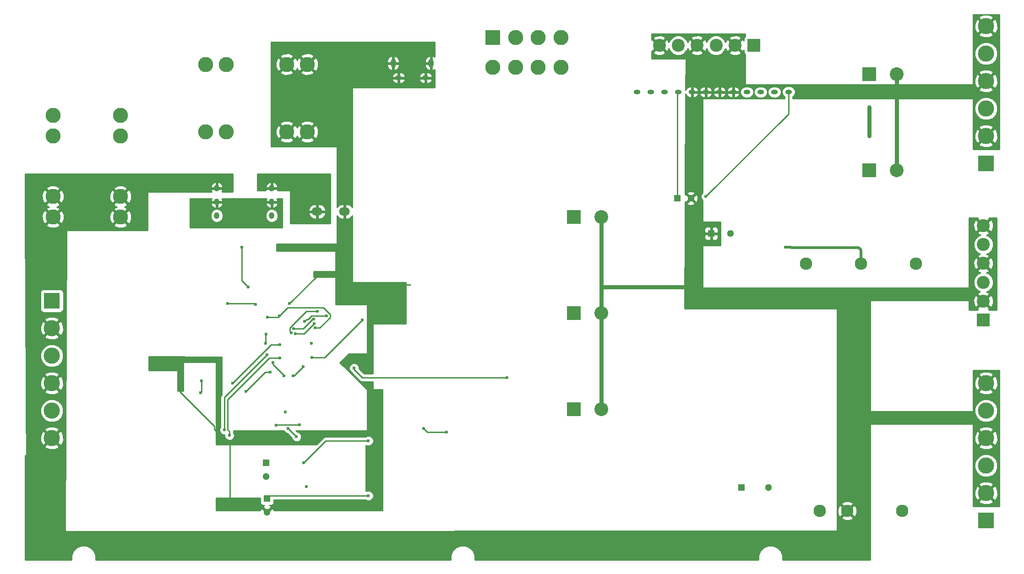
<source format=gbr>
G04 #@! TF.FileFunction,Copper,L2,Bot,Signal*
%FSLAX46Y46*%
G04 Gerber Fmt 4.6, Leading zero omitted, Abs format (unit mm)*
G04 Created by KiCad (PCBNEW 4.0.7-e2-6376~58~ubuntu16.04.1) date Wed Jul 25 01:15:53 2018*
%MOMM*%
%LPD*%
G01*
G04 APERTURE LIST*
%ADD10C,0.100000*%
%ADD11R,1.300000X1.300000*%
%ADD12C,1.300000*%
%ADD13R,2.800000X2.800000*%
%ADD14C,2.800000*%
%ADD15R,3.000000X3.000000*%
%ADD16C,3.000000*%
%ADD17C,2.400000*%
%ADD18R,2.400000X2.400000*%
%ADD19O,1.250000X0.950000*%
%ADD20O,1.000000X1.550000*%
%ADD21O,1.200000X0.850000*%
%ADD22O,1.000000X1.200000*%
%ADD23O,2.000000X1.510000*%
%ADD24R,2.540000X2.540000*%
%ADD25C,2.540000*%
%ADD26C,2.300000*%
%ADD27C,0.600000*%
%ADD28C,0.750000*%
%ADD29C,0.250000*%
%ADD30C,0.500000*%
%ADD31C,0.254000*%
G04 APERTURE END LIST*
D10*
D11*
X115976400Y-138176000D03*
D12*
X115976400Y-140676000D03*
D11*
X115824000Y-131572000D03*
D12*
X115824000Y-134072000D03*
D13*
X157716000Y-52920000D03*
D14*
X161916000Y-52920000D03*
X166116000Y-52920000D03*
X170316000Y-52920000D03*
X157716000Y-58420000D03*
X161916000Y-58420000D03*
X166116000Y-58420000D03*
X170316000Y-58420000D03*
X123434000Y-70358000D03*
X119634000Y-70358000D03*
X123434000Y-57858000D03*
X119634000Y-57858000D03*
X108434000Y-70358000D03*
X104634000Y-70358000D03*
X108434000Y-57858000D03*
X104634000Y-57858000D03*
X88900000Y-67310000D03*
X88900000Y-71110000D03*
X76400000Y-67310000D03*
X76400000Y-71110000D03*
X88900000Y-82310000D03*
X88900000Y-86110000D03*
X76400000Y-82310000D03*
X76400000Y-86110000D03*
D15*
X248920000Y-76200000D03*
D16*
X248920000Y-71120000D03*
X248920000Y-66040000D03*
X248920000Y-60960000D03*
X248920000Y-55880000D03*
X248920000Y-50800000D03*
D15*
X248920000Y-142240000D03*
D16*
X248920000Y-137160000D03*
X248920000Y-132080000D03*
X248920000Y-127000000D03*
X248920000Y-121920000D03*
X248920000Y-116840000D03*
D15*
X76200000Y-101600000D03*
D16*
X76200000Y-106680000D03*
X76200000Y-111760000D03*
X76200000Y-116840000D03*
X76200000Y-121920000D03*
X76200000Y-127000000D03*
D17*
X202494000Y-54356000D03*
D18*
X205994000Y-54356000D03*
D17*
X198994000Y-54356000D03*
X195494000Y-54356000D03*
X191994000Y-54356000D03*
X188494000Y-54356000D03*
D19*
X140304000Y-60358000D03*
X145304000Y-60358000D03*
D20*
X146304000Y-57658000D03*
X139304000Y-57658000D03*
D11*
X191860800Y-82651600D03*
D12*
X194360800Y-82651600D03*
D21*
X212384000Y-62952000D03*
X209804000Y-62992000D03*
X207264000Y-62992000D03*
X204724000Y-62992000D03*
X202184000Y-62992000D03*
X199644000Y-62992000D03*
X197104000Y-62992000D03*
X194564000Y-62992000D03*
X192024000Y-62992000D03*
X189484000Y-62992000D03*
X186944000Y-62992000D03*
X184404000Y-62992000D03*
D22*
X106680000Y-85852000D03*
X106680000Y-83312000D03*
X106680000Y-80772000D03*
X116840000Y-85852000D03*
X116840000Y-83312000D03*
X116840000Y-80772000D03*
D23*
X125222000Y-85090000D03*
X130302000Y-85090000D03*
D24*
X172720000Y-103886000D03*
D25*
X177800000Y-103886000D03*
D24*
X172720000Y-121666000D03*
D25*
X177800000Y-121666000D03*
D24*
X172720000Y-86106000D03*
D25*
X177800000Y-86106000D03*
D17*
X248412000Y-101686000D03*
D18*
X248412000Y-105186000D03*
D17*
X248412000Y-98186000D03*
X248412000Y-94686000D03*
X248412000Y-91186000D03*
X248412000Y-87686000D03*
D24*
X227330000Y-59690000D03*
D25*
X232410000Y-59690000D03*
D24*
X227330000Y-77470000D03*
D25*
X232410000Y-77470000D03*
D12*
X201620000Y-89154000D03*
D11*
X198120000Y-89154000D03*
D26*
X218186000Y-140462000D03*
X223266000Y-140462000D03*
X233426000Y-140462000D03*
X215646000Y-94742000D03*
X225806000Y-94742000D03*
X235966000Y-94742000D03*
D11*
X203708000Y-136144000D03*
D12*
X208708000Y-136144000D03*
D27*
X227330000Y-71120000D03*
X227330000Y-65786000D03*
X112522000Y-99060000D03*
X209042000Y-99822000D03*
X111353600Y-91706000D03*
X118344949Y-112165152D03*
X109016800Y-126492000D03*
X125268988Y-103516758D03*
X120469377Y-107495006D03*
X120142000Y-102108000D03*
X141478000Y-61468000D03*
X134874000Y-117602000D03*
X137753443Y-105284922D03*
X134742002Y-100686912D03*
X109118400Y-138494800D03*
X134722397Y-124460000D03*
X141311279Y-99724401D03*
X138192000Y-98605122D03*
X118262400Y-91718000D03*
X125222000Y-91756800D03*
X125171200Y-96508000D03*
X125171200Y-96508000D03*
X105194800Y-112217200D03*
X99872800Y-117717600D03*
X94386400Y-113917600D03*
X120839600Y-115468400D03*
X122682000Y-113792000D03*
X144948160Y-125243023D03*
X149122872Y-125896960D03*
X132080000Y-114046000D03*
X124224564Y-109432789D03*
X160376397Y-115784949D03*
X112065026Y-118389513D03*
X116586000Y-114808000D03*
X109597134Y-116831032D03*
X118369627Y-109726144D03*
X124820621Y-106599103D03*
X118263034Y-104402228D03*
X116078000Y-104648000D03*
X122759600Y-131572000D03*
X134722397Y-127492949D03*
X121412000Y-126746000D03*
X119888000Y-125222000D03*
X123275600Y-135991600D03*
X119392000Y-122174000D03*
X113843220Y-102270019D03*
X108677200Y-102092800D03*
X122016652Y-124513989D03*
X117699659Y-124638903D03*
X133604000Y-105156000D03*
X124232631Y-112107821D03*
X103902000Y-116367600D03*
X103694800Y-118618000D03*
X115824000Y-107799759D03*
X115719901Y-109499781D03*
X108088805Y-125484798D03*
X116008815Y-111564966D03*
X124686955Y-105810337D03*
X121244789Y-107691872D03*
X124634915Y-105012015D03*
X120915461Y-106790437D03*
X126993012Y-104387012D03*
X122936000Y-105382798D03*
X134722397Y-137654949D03*
X117094000Y-113030000D03*
X119139600Y-115468400D03*
X197104000Y-82296000D03*
X211836000Y-91694000D03*
D28*
X227330000Y-71120000D02*
X227330000Y-65786000D01*
X177800000Y-99060000D02*
X177800000Y-103886000D01*
X177800000Y-86106000D02*
X177800000Y-99060000D01*
X177800000Y-99060000D02*
X195072000Y-99060000D01*
X232410000Y-77470000D02*
X232410000Y-75673949D01*
X232410000Y-75673949D02*
X232410000Y-62992000D01*
X232410000Y-59690000D02*
X232410000Y-62992000D01*
D29*
X111353600Y-91706000D02*
X111353600Y-97891600D01*
X111353600Y-97891600D02*
X112522000Y-99060000D01*
D28*
X177800000Y-103886000D02*
X177800000Y-121666000D01*
D29*
X108712000Y-119888000D02*
X116434848Y-112165152D01*
X116434848Y-112165152D02*
X118344949Y-112165152D01*
X108712000Y-125437200D02*
X108712000Y-119888000D01*
X109016800Y-125742000D02*
X108712000Y-125437200D01*
X109016800Y-126492000D02*
X109016800Y-125742000D01*
X120169378Y-107195007D02*
X120169378Y-106588007D01*
X120469377Y-107495006D02*
X120169378Y-107195007D01*
X120169378Y-106588007D02*
X123240627Y-103516758D01*
X123240627Y-103516758D02*
X125268988Y-103516758D01*
X109118400Y-138494800D02*
X113795200Y-138494800D01*
X113795200Y-138494800D02*
X115976400Y-140676000D01*
X109118400Y-138494800D02*
X109118400Y-128265103D01*
X109118400Y-128265103D02*
X106211138Y-125357841D01*
X106211138Y-125357841D02*
X106211138Y-124805938D01*
X106211138Y-124805938D02*
X99872800Y-118467600D01*
X99872800Y-118467600D02*
X99872800Y-117717600D01*
X120142000Y-102108000D02*
X125171200Y-97078800D01*
X125171200Y-97078800D02*
X125171200Y-96508000D01*
X135372940Y-100686912D02*
X134742002Y-100686912D01*
X135707014Y-101020986D02*
X135372940Y-100686912D01*
X138192000Y-98605122D02*
X142440878Y-98605122D01*
X122682000Y-113792000D02*
X121005600Y-115468400D01*
X121005600Y-115468400D02*
X120839600Y-115468400D01*
X149122872Y-125896960D02*
X145602097Y-125896960D01*
X145602097Y-125896960D02*
X144948160Y-125243023D01*
X132080000Y-114300000D02*
X132080000Y-114046000D01*
X133564949Y-115784949D02*
X132080000Y-114300000D01*
X160376397Y-115784949D02*
X133564949Y-115784949D01*
X116586000Y-114808000D02*
X115646539Y-114808000D01*
X115646539Y-114808000D02*
X112065026Y-118389513D01*
X116702022Y-109726144D02*
X109597134Y-116831032D01*
X118369627Y-109726144D02*
X116702022Y-109726144D01*
X119773506Y-102891756D02*
X126422758Y-102891756D01*
X125705923Y-106599103D02*
X124820621Y-106599103D01*
X118263034Y-104402228D02*
X119773506Y-102891756D01*
X127618013Y-104087011D02*
X127618013Y-104687013D01*
X127618013Y-104687013D02*
X125705923Y-106599103D01*
X126422758Y-102891756D02*
X127618013Y-104087011D01*
X116078000Y-104648000D02*
X118017262Y-104648000D01*
X118017262Y-104648000D02*
X118263034Y-104402228D01*
X134722397Y-127492949D02*
X126838651Y-127492949D01*
X126838651Y-127492949D02*
X122759600Y-131572000D01*
X119888000Y-125222000D02*
X121412000Y-126746000D01*
X191860800Y-82651600D02*
X191860800Y-63155200D01*
X191860800Y-63155200D02*
X192024000Y-62992000D01*
X108677200Y-102092800D02*
X113666001Y-102092800D01*
X113666001Y-102092800D02*
X113843220Y-102270019D01*
X117824573Y-124513989D02*
X117699659Y-124638903D01*
X122016652Y-124513989D02*
X117824573Y-124513989D01*
X124232631Y-112107821D02*
X126652179Y-112107821D01*
X126652179Y-112107821D02*
X133604000Y-105156000D01*
X103902000Y-116367600D02*
X103902000Y-118410800D01*
X103902000Y-118410800D02*
X103694800Y-118618000D01*
X115719901Y-109499781D02*
X115719901Y-107903858D01*
X115719901Y-107903858D02*
X115824000Y-107799759D01*
X108088805Y-119484976D02*
X108088805Y-125060534D01*
X116008815Y-111564966D02*
X108088805Y-119484976D01*
X108088805Y-125060534D02*
X108088805Y-125484798D01*
X121244789Y-107691872D02*
X122805420Y-107691872D01*
X122805420Y-107691872D02*
X124686955Y-105810337D01*
X120915461Y-106790437D02*
X122628891Y-106790437D01*
X122628891Y-106790437D02*
X124407313Y-105012015D01*
X124407313Y-105012015D02*
X124634915Y-105012015D01*
X123517201Y-105082799D02*
X124212988Y-104387012D01*
X124212988Y-104387012D02*
X126993012Y-104387012D01*
X122936000Y-105382798D02*
X123235999Y-105082799D01*
X123235999Y-105082799D02*
X123517201Y-105082799D01*
X134722397Y-137654949D02*
X116497451Y-137654949D01*
X116497451Y-137654949D02*
X115976400Y-138176000D01*
X119139600Y-115468400D02*
X119139600Y-115368400D01*
X117094000Y-113322800D02*
X117094000Y-113030000D01*
X119139600Y-115368400D02*
X117094000Y-113322800D01*
X197104000Y-82296000D02*
X212384000Y-67016000D01*
X212384000Y-67016000D02*
X212384000Y-62952000D01*
D30*
X225343999Y-91739999D02*
X225806000Y-92202000D01*
X212852000Y-91694000D02*
X212897999Y-91739999D01*
X212897999Y-91739999D02*
X225343999Y-91739999D01*
X211836000Y-91694000D02*
X212852000Y-91694000D01*
X225806000Y-92202000D02*
X225806000Y-94742000D01*
D31*
G36*
X127635000Y-87249000D02*
X120269000Y-87249000D01*
X120269000Y-85431971D01*
X123629723Y-85431971D01*
X123647730Y-85530482D01*
X123917480Y-86005642D01*
X124348532Y-86341404D01*
X124875263Y-86486651D01*
X125095000Y-86326621D01*
X125095000Y-85217000D01*
X125349000Y-85217000D01*
X125349000Y-86326621D01*
X125568737Y-86486651D01*
X126095468Y-86341404D01*
X126526520Y-86005642D01*
X126796270Y-85530482D01*
X126814277Y-85431971D01*
X126691683Y-85217000D01*
X125349000Y-85217000D01*
X125095000Y-85217000D01*
X123752317Y-85217000D01*
X123629723Y-85431971D01*
X120269000Y-85431971D01*
X120269000Y-84748029D01*
X123629723Y-84748029D01*
X123752317Y-84963000D01*
X125095000Y-84963000D01*
X125095000Y-83853379D01*
X125349000Y-83853379D01*
X125349000Y-84963000D01*
X126691683Y-84963000D01*
X126814277Y-84748029D01*
X126796270Y-84649518D01*
X126526520Y-84174358D01*
X126095468Y-83838596D01*
X125568737Y-83693349D01*
X125349000Y-83853379D01*
X125095000Y-83853379D01*
X124875263Y-83693349D01*
X124348532Y-83838596D01*
X123917480Y-84174358D01*
X123647730Y-84649518D01*
X123629723Y-84748029D01*
X120269000Y-84748029D01*
X120269000Y-81280000D01*
X120258994Y-81230590D01*
X120230553Y-81188965D01*
X120188159Y-81161685D01*
X120142000Y-81153000D01*
X117924797Y-81153000D01*
X117955312Y-81075985D01*
X117814741Y-80899000D01*
X116967000Y-80899000D01*
X116967000Y-80919000D01*
X116713000Y-80919000D01*
X116713000Y-80899000D01*
X115865259Y-80899000D01*
X115724688Y-81075985D01*
X115755203Y-81153000D01*
X114173000Y-81153000D01*
X114173000Y-80468015D01*
X115724688Y-80468015D01*
X115865259Y-80645000D01*
X116713000Y-80645000D01*
X116713000Y-79704046D01*
X116967000Y-79704046D01*
X116967000Y-80645000D01*
X117814741Y-80645000D01*
X117955312Y-80468015D01*
X117792352Y-80056731D01*
X117484405Y-79739116D01*
X117141874Y-79577881D01*
X116967000Y-79704046D01*
X116713000Y-79704046D01*
X116538126Y-79577881D01*
X116195595Y-79739116D01*
X115887648Y-80056731D01*
X115724688Y-80468015D01*
X114173000Y-80468015D01*
X114173000Y-78105000D01*
X127635000Y-78105000D01*
X127635000Y-87249000D01*
X127635000Y-87249000D01*
G37*
X127635000Y-87249000D02*
X120269000Y-87249000D01*
X120269000Y-85431971D01*
X123629723Y-85431971D01*
X123647730Y-85530482D01*
X123917480Y-86005642D01*
X124348532Y-86341404D01*
X124875263Y-86486651D01*
X125095000Y-86326621D01*
X125095000Y-85217000D01*
X125349000Y-85217000D01*
X125349000Y-86326621D01*
X125568737Y-86486651D01*
X126095468Y-86341404D01*
X126526520Y-86005642D01*
X126796270Y-85530482D01*
X126814277Y-85431971D01*
X126691683Y-85217000D01*
X125349000Y-85217000D01*
X125095000Y-85217000D01*
X123752317Y-85217000D01*
X123629723Y-85431971D01*
X120269000Y-85431971D01*
X120269000Y-84748029D01*
X123629723Y-84748029D01*
X123752317Y-84963000D01*
X125095000Y-84963000D01*
X125095000Y-83853379D01*
X125349000Y-83853379D01*
X125349000Y-84963000D01*
X126691683Y-84963000D01*
X126814277Y-84748029D01*
X126796270Y-84649518D01*
X126526520Y-84174358D01*
X126095468Y-83838596D01*
X125568737Y-83693349D01*
X125349000Y-83853379D01*
X125095000Y-83853379D01*
X124875263Y-83693349D01*
X124348532Y-83838596D01*
X123917480Y-84174358D01*
X123647730Y-84649518D01*
X123629723Y-84748029D01*
X120269000Y-84748029D01*
X120269000Y-81280000D01*
X120258994Y-81230590D01*
X120230553Y-81188965D01*
X120188159Y-81161685D01*
X120142000Y-81153000D01*
X117924797Y-81153000D01*
X117955312Y-81075985D01*
X117814741Y-80899000D01*
X116967000Y-80899000D01*
X116967000Y-80919000D01*
X116713000Y-80919000D01*
X116713000Y-80899000D01*
X115865259Y-80899000D01*
X115724688Y-81075985D01*
X115755203Y-81153000D01*
X114173000Y-81153000D01*
X114173000Y-80468015D01*
X115724688Y-80468015D01*
X115865259Y-80645000D01*
X116713000Y-80645000D01*
X116713000Y-79704046D01*
X116967000Y-79704046D01*
X116967000Y-80645000D01*
X117814741Y-80645000D01*
X117955312Y-80468015D01*
X117792352Y-80056731D01*
X117484405Y-79739116D01*
X117141874Y-79577881D01*
X116967000Y-79704046D01*
X116713000Y-79704046D01*
X116538126Y-79577881D01*
X116195595Y-79739116D01*
X115887648Y-80056731D01*
X115724688Y-80468015D01*
X114173000Y-80468015D01*
X114173000Y-78105000D01*
X127635000Y-78105000D01*
X127635000Y-87249000D01*
G36*
X114678960Y-138826000D02*
X114723238Y-139061317D01*
X114862310Y-139277441D01*
X115074510Y-139422431D01*
X115326400Y-139473440D01*
X115488785Y-139473440D01*
X115312671Y-139546389D01*
X115256990Y-139776984D01*
X115815005Y-140335000D01*
X115455795Y-140335000D01*
X115077384Y-139956590D01*
X114846789Y-140012271D01*
X114734483Y-140335000D01*
X106553000Y-140335000D01*
X106553000Y-138104007D01*
X114678960Y-138087788D01*
X114678960Y-138826000D01*
X114678960Y-138826000D01*
G37*
X114678960Y-138826000D02*
X114723238Y-139061317D01*
X114862310Y-139277441D01*
X115074510Y-139422431D01*
X115326400Y-139473440D01*
X115488785Y-139473440D01*
X115312671Y-139546389D01*
X115256990Y-139776984D01*
X115815005Y-140335000D01*
X115455795Y-140335000D01*
X115077384Y-139956590D01*
X114846789Y-140012271D01*
X114734483Y-140335000D01*
X106553000Y-140335000D01*
X106553000Y-138104007D01*
X114678960Y-138087788D01*
X114678960Y-138826000D01*
G36*
X146939000Y-56452450D02*
X146605874Y-56288881D01*
X146431000Y-56415046D01*
X146431000Y-57531000D01*
X146451000Y-57531000D01*
X146451000Y-57785000D01*
X146431000Y-57785000D01*
X146431000Y-58900954D01*
X146605874Y-59027119D01*
X146939000Y-58863550D01*
X146939000Y-62103000D01*
X131826000Y-62103000D01*
X131776590Y-62113006D01*
X131734965Y-62141447D01*
X131707685Y-62183841D01*
X131699000Y-62230000D01*
X131699000Y-84337260D01*
X131606520Y-84174358D01*
X131175468Y-83838596D01*
X130648737Y-83693349D01*
X130429000Y-83853379D01*
X130429000Y-84963000D01*
X130449000Y-84963000D01*
X130449000Y-85217000D01*
X130429000Y-85217000D01*
X130429000Y-86326621D01*
X130648737Y-86486651D01*
X131175468Y-86341404D01*
X131606520Y-86005642D01*
X131699000Y-85842740D01*
X131699000Y-98044000D01*
X131709006Y-98093410D01*
X131737447Y-98135035D01*
X131779841Y-98162315D01*
X131826000Y-98171000D01*
X141605000Y-98171000D01*
X141605000Y-105819537D01*
X135636607Y-105791001D01*
X135587150Y-105800771D01*
X135545390Y-105829012D01*
X135517907Y-105871276D01*
X135509000Y-105918000D01*
X135509000Y-115024949D01*
X133879751Y-115024949D01*
X133014901Y-114160099D01*
X133015162Y-113860833D01*
X132873117Y-113517057D01*
X132610327Y-113253808D01*
X132266799Y-113111162D01*
X131894833Y-113110838D01*
X131551057Y-113252883D01*
X131287808Y-113515673D01*
X131145162Y-113859201D01*
X131144838Y-114231167D01*
X131286883Y-114574943D01*
X131529878Y-114818362D01*
X131542599Y-114837401D01*
X133027548Y-116322350D01*
X133274110Y-116487097D01*
X133564949Y-116544949D01*
X135509000Y-116544949D01*
X135509000Y-117894426D01*
X135519006Y-117943836D01*
X135547447Y-117985461D01*
X135589841Y-118012741D01*
X135638744Y-118021396D01*
X137287000Y-117985774D01*
X137287000Y-140335000D01*
X117239690Y-140335000D01*
X117106011Y-140012271D01*
X116875416Y-139956590D01*
X116497005Y-140335000D01*
X116137795Y-140335000D01*
X116695810Y-139776984D01*
X116640129Y-139546389D01*
X116430498Y-139473440D01*
X116626400Y-139473440D01*
X116861717Y-139429162D01*
X117077841Y-139290090D01*
X117222831Y-139077890D01*
X117273840Y-138826000D01*
X117273840Y-138414949D01*
X134159934Y-138414949D01*
X134192070Y-138447141D01*
X134535598Y-138589787D01*
X134907564Y-138590111D01*
X135251340Y-138448066D01*
X135514589Y-138185276D01*
X135657235Y-137841748D01*
X135657559Y-137469782D01*
X135515514Y-137126006D01*
X135252724Y-136862757D01*
X134909196Y-136720111D01*
X134537230Y-136719787D01*
X134239000Y-136843013D01*
X134239000Y-128304628D01*
X134535598Y-128427787D01*
X134907564Y-128428111D01*
X135251340Y-128286066D01*
X135514589Y-128023276D01*
X135657235Y-127679748D01*
X135657559Y-127307782D01*
X135515514Y-126964006D01*
X135252724Y-126700757D01*
X134909196Y-126558111D01*
X134537230Y-126557787D01*
X134193454Y-126699832D01*
X134160279Y-126732949D01*
X126838651Y-126732949D01*
X126547811Y-126790801D01*
X126301250Y-126955548D01*
X125113798Y-128143000D01*
X106553000Y-128143000D01*
X106553000Y-113030000D01*
X106542994Y-112980590D01*
X106514553Y-112938965D01*
X106472159Y-112911685D01*
X106426000Y-112903000D01*
X100584000Y-112903000D01*
X100534590Y-112913006D01*
X100492965Y-112941447D01*
X100465685Y-112983841D01*
X100457000Y-113030000D01*
X100457000Y-118237000D01*
X99441000Y-118237000D01*
X99441000Y-114554000D01*
X99430994Y-114504590D01*
X99402553Y-114462965D01*
X99360159Y-114435685D01*
X99314000Y-114427000D01*
X94107000Y-114427000D01*
X94107000Y-111887895D01*
X107569000Y-111982435D01*
X107569000Y-118929979D01*
X107551404Y-118947575D01*
X107386657Y-119194137D01*
X107328805Y-119484976D01*
X107328805Y-124922335D01*
X107296613Y-124954471D01*
X107153967Y-125297999D01*
X107153643Y-125669965D01*
X107295688Y-126013741D01*
X107558478Y-126276990D01*
X107902006Y-126419636D01*
X108081862Y-126419793D01*
X108081638Y-126677167D01*
X108223683Y-127020943D01*
X108486473Y-127284192D01*
X108830001Y-127426838D01*
X109201967Y-127427162D01*
X109545743Y-127285117D01*
X109808992Y-127022327D01*
X109951638Y-126678799D01*
X109951962Y-126306833D01*
X109809917Y-125963057D01*
X109776800Y-125929882D01*
X109776800Y-125742000D01*
X109749772Y-125606121D01*
X109749151Y-125603000D01*
X119033754Y-125603000D01*
X119094883Y-125750943D01*
X119357673Y-126014192D01*
X119701201Y-126156838D01*
X119748077Y-126156879D01*
X120476878Y-126885680D01*
X120476838Y-126931167D01*
X120618883Y-127274943D01*
X120881673Y-127538192D01*
X121225201Y-127680838D01*
X121597167Y-127681162D01*
X121940943Y-127539117D01*
X122204192Y-127276327D01*
X122346838Y-126932799D01*
X122347162Y-126560833D01*
X122205117Y-126217057D01*
X121942327Y-125953808D01*
X121598799Y-125811162D01*
X121551923Y-125811121D01*
X121343802Y-125603000D01*
X134366000Y-125603000D01*
X134415410Y-125592994D01*
X134457035Y-125564553D01*
X134484315Y-125522159D01*
X134493000Y-125476000D01*
X134493000Y-117981320D01*
X134482994Y-117931910D01*
X134454643Y-117890373D01*
X129466765Y-113028841D01*
X131116606Y-111379000D01*
X134366000Y-111379000D01*
X134415410Y-111368994D01*
X134457035Y-111340553D01*
X134484315Y-111298159D01*
X134493000Y-111252000D01*
X134493000Y-105453189D01*
X134538838Y-105342799D01*
X134539162Y-104970833D01*
X134493000Y-104859112D01*
X134493000Y-102362000D01*
X134482994Y-102312590D01*
X134454553Y-102270965D01*
X134412159Y-102243685D01*
X134366000Y-102235000D01*
X128651000Y-102235000D01*
X128651000Y-97282000D01*
X128640994Y-97232590D01*
X128612553Y-97190965D01*
X128570159Y-97163685D01*
X128524000Y-97155000D01*
X124587000Y-97155000D01*
X124587000Y-96139000D01*
X128524000Y-96139000D01*
X128573410Y-96128994D01*
X128615035Y-96100553D01*
X128642315Y-96058159D01*
X128651000Y-96012000D01*
X128651000Y-92477949D01*
X128640994Y-92428539D01*
X128612553Y-92386914D01*
X128570159Y-92359634D01*
X128524255Y-92350949D01*
X117729000Y-92329255D01*
X117729000Y-91059000D01*
X128778000Y-91059000D01*
X128827410Y-91048994D01*
X128869035Y-91020553D01*
X128896315Y-90978159D01*
X128905000Y-90932000D01*
X128905000Y-85842740D01*
X128997480Y-86005642D01*
X129428532Y-86341404D01*
X129955263Y-86486651D01*
X130175000Y-86326621D01*
X130175000Y-85217000D01*
X130155000Y-85217000D01*
X130155000Y-84963000D01*
X130175000Y-84963000D01*
X130175000Y-83853379D01*
X129955263Y-83693349D01*
X129428532Y-83838596D01*
X128997480Y-84174358D01*
X128905000Y-84337260D01*
X128905000Y-73152000D01*
X128894994Y-73102590D01*
X128866553Y-73060965D01*
X128824159Y-73033685D01*
X128778000Y-73025000D01*
X116713000Y-73025000D01*
X116713000Y-71799724D01*
X118371882Y-71799724D01*
X118519455Y-72108106D01*
X119274031Y-72401405D01*
X120083409Y-72383614D01*
X120748545Y-72108106D01*
X120896118Y-71799724D01*
X122171882Y-71799724D01*
X122319455Y-72108106D01*
X123074031Y-72401405D01*
X123883409Y-72383614D01*
X124548545Y-72108106D01*
X124696118Y-71799724D01*
X123434000Y-70537605D01*
X122171882Y-71799724D01*
X120896118Y-71799724D01*
X119634000Y-70537605D01*
X118371882Y-71799724D01*
X116713000Y-71799724D01*
X116713000Y-69998031D01*
X117590595Y-69998031D01*
X117608386Y-70807409D01*
X117883894Y-71472545D01*
X118192276Y-71620118D01*
X119454395Y-70358000D01*
X119813605Y-70358000D01*
X121075724Y-71620118D01*
X121384106Y-71472545D01*
X121529236Y-71099167D01*
X121683894Y-71472545D01*
X121992276Y-71620118D01*
X123254395Y-70358000D01*
X123613605Y-70358000D01*
X124875724Y-71620118D01*
X125184106Y-71472545D01*
X125477405Y-70717969D01*
X125459614Y-69908591D01*
X125184106Y-69243455D01*
X124875724Y-69095882D01*
X123613605Y-70358000D01*
X123254395Y-70358000D01*
X121992276Y-69095882D01*
X121683894Y-69243455D01*
X121538764Y-69616833D01*
X121384106Y-69243455D01*
X121075724Y-69095882D01*
X119813605Y-70358000D01*
X119454395Y-70358000D01*
X118192276Y-69095882D01*
X117883894Y-69243455D01*
X117590595Y-69998031D01*
X116713000Y-69998031D01*
X116713000Y-68916276D01*
X118371882Y-68916276D01*
X119634000Y-70178395D01*
X120896118Y-68916276D01*
X122171882Y-68916276D01*
X123434000Y-70178395D01*
X124696118Y-68916276D01*
X124548545Y-68607894D01*
X123793969Y-68314595D01*
X122984591Y-68332386D01*
X122319455Y-68607894D01*
X122171882Y-68916276D01*
X120896118Y-68916276D01*
X120748545Y-68607894D01*
X119993969Y-68314595D01*
X119184591Y-68332386D01*
X118519455Y-68607894D01*
X118371882Y-68916276D01*
X116713000Y-68916276D01*
X116713000Y-60655938D01*
X139084732Y-60655938D01*
X139268448Y-61029821D01*
X139592951Y-61317568D01*
X140002869Y-61459229D01*
X140177000Y-61310563D01*
X140177000Y-60485000D01*
X140431000Y-60485000D01*
X140431000Y-61310563D01*
X140605131Y-61459229D01*
X141015049Y-61317568D01*
X141339552Y-61029821D01*
X141523268Y-60655938D01*
X144084732Y-60655938D01*
X144268448Y-61029821D01*
X144592951Y-61317568D01*
X145002869Y-61459229D01*
X145177000Y-61310563D01*
X145177000Y-60485000D01*
X145431000Y-60485000D01*
X145431000Y-61310563D01*
X145605131Y-61459229D01*
X146015049Y-61317568D01*
X146339552Y-61029821D01*
X146523268Y-60655938D01*
X146396734Y-60485000D01*
X145431000Y-60485000D01*
X145177000Y-60485000D01*
X144211266Y-60485000D01*
X144084732Y-60655938D01*
X141523268Y-60655938D01*
X141396734Y-60485000D01*
X140431000Y-60485000D01*
X140177000Y-60485000D01*
X139211266Y-60485000D01*
X139084732Y-60655938D01*
X116713000Y-60655938D01*
X116713000Y-60060062D01*
X139084732Y-60060062D01*
X139211266Y-60231000D01*
X140177000Y-60231000D01*
X140177000Y-59405437D01*
X140431000Y-59405437D01*
X140431000Y-60231000D01*
X141396734Y-60231000D01*
X141523268Y-60060062D01*
X144084732Y-60060062D01*
X144211266Y-60231000D01*
X145177000Y-60231000D01*
X145177000Y-59405437D01*
X145431000Y-59405437D01*
X145431000Y-60231000D01*
X146396734Y-60231000D01*
X146523268Y-60060062D01*
X146339552Y-59686179D01*
X146015049Y-59398432D01*
X145605131Y-59256771D01*
X145431000Y-59405437D01*
X145177000Y-59405437D01*
X145002869Y-59256771D01*
X144592951Y-59398432D01*
X144268448Y-59686179D01*
X144084732Y-60060062D01*
X141523268Y-60060062D01*
X141339552Y-59686179D01*
X141015049Y-59398432D01*
X140605131Y-59256771D01*
X140431000Y-59405437D01*
X140177000Y-59405437D01*
X140002869Y-59256771D01*
X139592951Y-59398432D01*
X139268448Y-59686179D01*
X139084732Y-60060062D01*
X116713000Y-60060062D01*
X116713000Y-59299724D01*
X118371882Y-59299724D01*
X118519455Y-59608106D01*
X119274031Y-59901405D01*
X120083409Y-59883614D01*
X120748545Y-59608106D01*
X120896118Y-59299724D01*
X122171882Y-59299724D01*
X122319455Y-59608106D01*
X123074031Y-59901405D01*
X123883409Y-59883614D01*
X124548545Y-59608106D01*
X124696118Y-59299724D01*
X123434000Y-58037605D01*
X122171882Y-59299724D01*
X120896118Y-59299724D01*
X119634000Y-58037605D01*
X118371882Y-59299724D01*
X116713000Y-59299724D01*
X116713000Y-57498031D01*
X117590595Y-57498031D01*
X117608386Y-58307409D01*
X117883894Y-58972545D01*
X118192276Y-59120118D01*
X119454395Y-57858000D01*
X119813605Y-57858000D01*
X121075724Y-59120118D01*
X121384106Y-58972545D01*
X121529236Y-58599167D01*
X121683894Y-58972545D01*
X121992276Y-59120118D01*
X123254395Y-57858000D01*
X123613605Y-57858000D01*
X124875724Y-59120118D01*
X125184106Y-58972545D01*
X125477405Y-58217969D01*
X125467888Y-57785000D01*
X138169000Y-57785000D01*
X138169000Y-58060000D01*
X138303998Y-58484678D01*
X138591237Y-58825368D01*
X139002126Y-59027119D01*
X139177000Y-58900954D01*
X139177000Y-57785000D01*
X139431000Y-57785000D01*
X139431000Y-58900954D01*
X139605874Y-59027119D01*
X140016763Y-58825368D01*
X140304002Y-58484678D01*
X140439000Y-58060000D01*
X140439000Y-57785000D01*
X145169000Y-57785000D01*
X145169000Y-58060000D01*
X145303998Y-58484678D01*
X145591237Y-58825368D01*
X146002126Y-59027119D01*
X146177000Y-58900954D01*
X146177000Y-57785000D01*
X145169000Y-57785000D01*
X140439000Y-57785000D01*
X139431000Y-57785000D01*
X139177000Y-57785000D01*
X138169000Y-57785000D01*
X125467888Y-57785000D01*
X125459614Y-57408591D01*
X125396409Y-57256000D01*
X138169000Y-57256000D01*
X138169000Y-57531000D01*
X139177000Y-57531000D01*
X139177000Y-56415046D01*
X139431000Y-56415046D01*
X139431000Y-57531000D01*
X140439000Y-57531000D01*
X140439000Y-57256000D01*
X145169000Y-57256000D01*
X145169000Y-57531000D01*
X146177000Y-57531000D01*
X146177000Y-56415046D01*
X146002126Y-56288881D01*
X145591237Y-56490632D01*
X145303998Y-56831322D01*
X145169000Y-57256000D01*
X140439000Y-57256000D01*
X140304002Y-56831322D01*
X140016763Y-56490632D01*
X139605874Y-56288881D01*
X139431000Y-56415046D01*
X139177000Y-56415046D01*
X139002126Y-56288881D01*
X138591237Y-56490632D01*
X138303998Y-56831322D01*
X138169000Y-57256000D01*
X125396409Y-57256000D01*
X125184106Y-56743455D01*
X124875724Y-56595882D01*
X123613605Y-57858000D01*
X123254395Y-57858000D01*
X121992276Y-56595882D01*
X121683894Y-56743455D01*
X121538764Y-57116833D01*
X121384106Y-56743455D01*
X121075724Y-56595882D01*
X119813605Y-57858000D01*
X119454395Y-57858000D01*
X118192276Y-56595882D01*
X117883894Y-56743455D01*
X117590595Y-57498031D01*
X116713000Y-57498031D01*
X116713000Y-56416276D01*
X118371882Y-56416276D01*
X119634000Y-57678395D01*
X120896118Y-56416276D01*
X122171882Y-56416276D01*
X123434000Y-57678395D01*
X124696118Y-56416276D01*
X124548545Y-56107894D01*
X123793969Y-55814595D01*
X122984591Y-55832386D01*
X122319455Y-56107894D01*
X122171882Y-56416276D01*
X120896118Y-56416276D01*
X120748545Y-56107894D01*
X119993969Y-55814595D01*
X119184591Y-55832386D01*
X118519455Y-56107894D01*
X118371882Y-56416276D01*
X116713000Y-56416276D01*
X116713000Y-53721000D01*
X146939000Y-53721000D01*
X146939000Y-56452450D01*
X146939000Y-56452450D01*
G37*
X146939000Y-56452450D02*
X146605874Y-56288881D01*
X146431000Y-56415046D01*
X146431000Y-57531000D01*
X146451000Y-57531000D01*
X146451000Y-57785000D01*
X146431000Y-57785000D01*
X146431000Y-58900954D01*
X146605874Y-59027119D01*
X146939000Y-58863550D01*
X146939000Y-62103000D01*
X131826000Y-62103000D01*
X131776590Y-62113006D01*
X131734965Y-62141447D01*
X131707685Y-62183841D01*
X131699000Y-62230000D01*
X131699000Y-84337260D01*
X131606520Y-84174358D01*
X131175468Y-83838596D01*
X130648737Y-83693349D01*
X130429000Y-83853379D01*
X130429000Y-84963000D01*
X130449000Y-84963000D01*
X130449000Y-85217000D01*
X130429000Y-85217000D01*
X130429000Y-86326621D01*
X130648737Y-86486651D01*
X131175468Y-86341404D01*
X131606520Y-86005642D01*
X131699000Y-85842740D01*
X131699000Y-98044000D01*
X131709006Y-98093410D01*
X131737447Y-98135035D01*
X131779841Y-98162315D01*
X131826000Y-98171000D01*
X141605000Y-98171000D01*
X141605000Y-105819537D01*
X135636607Y-105791001D01*
X135587150Y-105800771D01*
X135545390Y-105829012D01*
X135517907Y-105871276D01*
X135509000Y-105918000D01*
X135509000Y-115024949D01*
X133879751Y-115024949D01*
X133014901Y-114160099D01*
X133015162Y-113860833D01*
X132873117Y-113517057D01*
X132610327Y-113253808D01*
X132266799Y-113111162D01*
X131894833Y-113110838D01*
X131551057Y-113252883D01*
X131287808Y-113515673D01*
X131145162Y-113859201D01*
X131144838Y-114231167D01*
X131286883Y-114574943D01*
X131529878Y-114818362D01*
X131542599Y-114837401D01*
X133027548Y-116322350D01*
X133274110Y-116487097D01*
X133564949Y-116544949D01*
X135509000Y-116544949D01*
X135509000Y-117894426D01*
X135519006Y-117943836D01*
X135547447Y-117985461D01*
X135589841Y-118012741D01*
X135638744Y-118021396D01*
X137287000Y-117985774D01*
X137287000Y-140335000D01*
X117239690Y-140335000D01*
X117106011Y-140012271D01*
X116875416Y-139956590D01*
X116497005Y-140335000D01*
X116137795Y-140335000D01*
X116695810Y-139776984D01*
X116640129Y-139546389D01*
X116430498Y-139473440D01*
X116626400Y-139473440D01*
X116861717Y-139429162D01*
X117077841Y-139290090D01*
X117222831Y-139077890D01*
X117273840Y-138826000D01*
X117273840Y-138414949D01*
X134159934Y-138414949D01*
X134192070Y-138447141D01*
X134535598Y-138589787D01*
X134907564Y-138590111D01*
X135251340Y-138448066D01*
X135514589Y-138185276D01*
X135657235Y-137841748D01*
X135657559Y-137469782D01*
X135515514Y-137126006D01*
X135252724Y-136862757D01*
X134909196Y-136720111D01*
X134537230Y-136719787D01*
X134239000Y-136843013D01*
X134239000Y-128304628D01*
X134535598Y-128427787D01*
X134907564Y-128428111D01*
X135251340Y-128286066D01*
X135514589Y-128023276D01*
X135657235Y-127679748D01*
X135657559Y-127307782D01*
X135515514Y-126964006D01*
X135252724Y-126700757D01*
X134909196Y-126558111D01*
X134537230Y-126557787D01*
X134193454Y-126699832D01*
X134160279Y-126732949D01*
X126838651Y-126732949D01*
X126547811Y-126790801D01*
X126301250Y-126955548D01*
X125113798Y-128143000D01*
X106553000Y-128143000D01*
X106553000Y-113030000D01*
X106542994Y-112980590D01*
X106514553Y-112938965D01*
X106472159Y-112911685D01*
X106426000Y-112903000D01*
X100584000Y-112903000D01*
X100534590Y-112913006D01*
X100492965Y-112941447D01*
X100465685Y-112983841D01*
X100457000Y-113030000D01*
X100457000Y-118237000D01*
X99441000Y-118237000D01*
X99441000Y-114554000D01*
X99430994Y-114504590D01*
X99402553Y-114462965D01*
X99360159Y-114435685D01*
X99314000Y-114427000D01*
X94107000Y-114427000D01*
X94107000Y-111887895D01*
X107569000Y-111982435D01*
X107569000Y-118929979D01*
X107551404Y-118947575D01*
X107386657Y-119194137D01*
X107328805Y-119484976D01*
X107328805Y-124922335D01*
X107296613Y-124954471D01*
X107153967Y-125297999D01*
X107153643Y-125669965D01*
X107295688Y-126013741D01*
X107558478Y-126276990D01*
X107902006Y-126419636D01*
X108081862Y-126419793D01*
X108081638Y-126677167D01*
X108223683Y-127020943D01*
X108486473Y-127284192D01*
X108830001Y-127426838D01*
X109201967Y-127427162D01*
X109545743Y-127285117D01*
X109808992Y-127022327D01*
X109951638Y-126678799D01*
X109951962Y-126306833D01*
X109809917Y-125963057D01*
X109776800Y-125929882D01*
X109776800Y-125742000D01*
X109749772Y-125606121D01*
X109749151Y-125603000D01*
X119033754Y-125603000D01*
X119094883Y-125750943D01*
X119357673Y-126014192D01*
X119701201Y-126156838D01*
X119748077Y-126156879D01*
X120476878Y-126885680D01*
X120476838Y-126931167D01*
X120618883Y-127274943D01*
X120881673Y-127538192D01*
X121225201Y-127680838D01*
X121597167Y-127681162D01*
X121940943Y-127539117D01*
X122204192Y-127276327D01*
X122346838Y-126932799D01*
X122347162Y-126560833D01*
X122205117Y-126217057D01*
X121942327Y-125953808D01*
X121598799Y-125811162D01*
X121551923Y-125811121D01*
X121343802Y-125603000D01*
X134366000Y-125603000D01*
X134415410Y-125592994D01*
X134457035Y-125564553D01*
X134484315Y-125522159D01*
X134493000Y-125476000D01*
X134493000Y-117981320D01*
X134482994Y-117931910D01*
X134454643Y-117890373D01*
X129466765Y-113028841D01*
X131116606Y-111379000D01*
X134366000Y-111379000D01*
X134415410Y-111368994D01*
X134457035Y-111340553D01*
X134484315Y-111298159D01*
X134493000Y-111252000D01*
X134493000Y-105453189D01*
X134538838Y-105342799D01*
X134539162Y-104970833D01*
X134493000Y-104859112D01*
X134493000Y-102362000D01*
X134482994Y-102312590D01*
X134454553Y-102270965D01*
X134412159Y-102243685D01*
X134366000Y-102235000D01*
X128651000Y-102235000D01*
X128651000Y-97282000D01*
X128640994Y-97232590D01*
X128612553Y-97190965D01*
X128570159Y-97163685D01*
X128524000Y-97155000D01*
X124587000Y-97155000D01*
X124587000Y-96139000D01*
X128524000Y-96139000D01*
X128573410Y-96128994D01*
X128615035Y-96100553D01*
X128642315Y-96058159D01*
X128651000Y-96012000D01*
X128651000Y-92477949D01*
X128640994Y-92428539D01*
X128612553Y-92386914D01*
X128570159Y-92359634D01*
X128524255Y-92350949D01*
X117729000Y-92329255D01*
X117729000Y-91059000D01*
X128778000Y-91059000D01*
X128827410Y-91048994D01*
X128869035Y-91020553D01*
X128896315Y-90978159D01*
X128905000Y-90932000D01*
X128905000Y-85842740D01*
X128997480Y-86005642D01*
X129428532Y-86341404D01*
X129955263Y-86486651D01*
X130175000Y-86326621D01*
X130175000Y-85217000D01*
X130155000Y-85217000D01*
X130155000Y-84963000D01*
X130175000Y-84963000D01*
X130175000Y-83853379D01*
X129955263Y-83693349D01*
X129428532Y-83838596D01*
X128997480Y-84174358D01*
X128905000Y-84337260D01*
X128905000Y-73152000D01*
X128894994Y-73102590D01*
X128866553Y-73060965D01*
X128824159Y-73033685D01*
X128778000Y-73025000D01*
X116713000Y-73025000D01*
X116713000Y-71799724D01*
X118371882Y-71799724D01*
X118519455Y-72108106D01*
X119274031Y-72401405D01*
X120083409Y-72383614D01*
X120748545Y-72108106D01*
X120896118Y-71799724D01*
X122171882Y-71799724D01*
X122319455Y-72108106D01*
X123074031Y-72401405D01*
X123883409Y-72383614D01*
X124548545Y-72108106D01*
X124696118Y-71799724D01*
X123434000Y-70537605D01*
X122171882Y-71799724D01*
X120896118Y-71799724D01*
X119634000Y-70537605D01*
X118371882Y-71799724D01*
X116713000Y-71799724D01*
X116713000Y-69998031D01*
X117590595Y-69998031D01*
X117608386Y-70807409D01*
X117883894Y-71472545D01*
X118192276Y-71620118D01*
X119454395Y-70358000D01*
X119813605Y-70358000D01*
X121075724Y-71620118D01*
X121384106Y-71472545D01*
X121529236Y-71099167D01*
X121683894Y-71472545D01*
X121992276Y-71620118D01*
X123254395Y-70358000D01*
X123613605Y-70358000D01*
X124875724Y-71620118D01*
X125184106Y-71472545D01*
X125477405Y-70717969D01*
X125459614Y-69908591D01*
X125184106Y-69243455D01*
X124875724Y-69095882D01*
X123613605Y-70358000D01*
X123254395Y-70358000D01*
X121992276Y-69095882D01*
X121683894Y-69243455D01*
X121538764Y-69616833D01*
X121384106Y-69243455D01*
X121075724Y-69095882D01*
X119813605Y-70358000D01*
X119454395Y-70358000D01*
X118192276Y-69095882D01*
X117883894Y-69243455D01*
X117590595Y-69998031D01*
X116713000Y-69998031D01*
X116713000Y-68916276D01*
X118371882Y-68916276D01*
X119634000Y-70178395D01*
X120896118Y-68916276D01*
X122171882Y-68916276D01*
X123434000Y-70178395D01*
X124696118Y-68916276D01*
X124548545Y-68607894D01*
X123793969Y-68314595D01*
X122984591Y-68332386D01*
X122319455Y-68607894D01*
X122171882Y-68916276D01*
X120896118Y-68916276D01*
X120748545Y-68607894D01*
X119993969Y-68314595D01*
X119184591Y-68332386D01*
X118519455Y-68607894D01*
X118371882Y-68916276D01*
X116713000Y-68916276D01*
X116713000Y-60655938D01*
X139084732Y-60655938D01*
X139268448Y-61029821D01*
X139592951Y-61317568D01*
X140002869Y-61459229D01*
X140177000Y-61310563D01*
X140177000Y-60485000D01*
X140431000Y-60485000D01*
X140431000Y-61310563D01*
X140605131Y-61459229D01*
X141015049Y-61317568D01*
X141339552Y-61029821D01*
X141523268Y-60655938D01*
X144084732Y-60655938D01*
X144268448Y-61029821D01*
X144592951Y-61317568D01*
X145002869Y-61459229D01*
X145177000Y-61310563D01*
X145177000Y-60485000D01*
X145431000Y-60485000D01*
X145431000Y-61310563D01*
X145605131Y-61459229D01*
X146015049Y-61317568D01*
X146339552Y-61029821D01*
X146523268Y-60655938D01*
X146396734Y-60485000D01*
X145431000Y-60485000D01*
X145177000Y-60485000D01*
X144211266Y-60485000D01*
X144084732Y-60655938D01*
X141523268Y-60655938D01*
X141396734Y-60485000D01*
X140431000Y-60485000D01*
X140177000Y-60485000D01*
X139211266Y-60485000D01*
X139084732Y-60655938D01*
X116713000Y-60655938D01*
X116713000Y-60060062D01*
X139084732Y-60060062D01*
X139211266Y-60231000D01*
X140177000Y-60231000D01*
X140177000Y-59405437D01*
X140431000Y-59405437D01*
X140431000Y-60231000D01*
X141396734Y-60231000D01*
X141523268Y-60060062D01*
X144084732Y-60060062D01*
X144211266Y-60231000D01*
X145177000Y-60231000D01*
X145177000Y-59405437D01*
X145431000Y-59405437D01*
X145431000Y-60231000D01*
X146396734Y-60231000D01*
X146523268Y-60060062D01*
X146339552Y-59686179D01*
X146015049Y-59398432D01*
X145605131Y-59256771D01*
X145431000Y-59405437D01*
X145177000Y-59405437D01*
X145002869Y-59256771D01*
X144592951Y-59398432D01*
X144268448Y-59686179D01*
X144084732Y-60060062D01*
X141523268Y-60060062D01*
X141339552Y-59686179D01*
X141015049Y-59398432D01*
X140605131Y-59256771D01*
X140431000Y-59405437D01*
X140177000Y-59405437D01*
X140002869Y-59256771D01*
X139592951Y-59398432D01*
X139268448Y-59686179D01*
X139084732Y-60060062D01*
X116713000Y-60060062D01*
X116713000Y-59299724D01*
X118371882Y-59299724D01*
X118519455Y-59608106D01*
X119274031Y-59901405D01*
X120083409Y-59883614D01*
X120748545Y-59608106D01*
X120896118Y-59299724D01*
X122171882Y-59299724D01*
X122319455Y-59608106D01*
X123074031Y-59901405D01*
X123883409Y-59883614D01*
X124548545Y-59608106D01*
X124696118Y-59299724D01*
X123434000Y-58037605D01*
X122171882Y-59299724D01*
X120896118Y-59299724D01*
X119634000Y-58037605D01*
X118371882Y-59299724D01*
X116713000Y-59299724D01*
X116713000Y-57498031D01*
X117590595Y-57498031D01*
X117608386Y-58307409D01*
X117883894Y-58972545D01*
X118192276Y-59120118D01*
X119454395Y-57858000D01*
X119813605Y-57858000D01*
X121075724Y-59120118D01*
X121384106Y-58972545D01*
X121529236Y-58599167D01*
X121683894Y-58972545D01*
X121992276Y-59120118D01*
X123254395Y-57858000D01*
X123613605Y-57858000D01*
X124875724Y-59120118D01*
X125184106Y-58972545D01*
X125477405Y-58217969D01*
X125467888Y-57785000D01*
X138169000Y-57785000D01*
X138169000Y-58060000D01*
X138303998Y-58484678D01*
X138591237Y-58825368D01*
X139002126Y-59027119D01*
X139177000Y-58900954D01*
X139177000Y-57785000D01*
X139431000Y-57785000D01*
X139431000Y-58900954D01*
X139605874Y-59027119D01*
X140016763Y-58825368D01*
X140304002Y-58484678D01*
X140439000Y-58060000D01*
X140439000Y-57785000D01*
X145169000Y-57785000D01*
X145169000Y-58060000D01*
X145303998Y-58484678D01*
X145591237Y-58825368D01*
X146002126Y-59027119D01*
X146177000Y-58900954D01*
X146177000Y-57785000D01*
X145169000Y-57785000D01*
X140439000Y-57785000D01*
X139431000Y-57785000D01*
X139177000Y-57785000D01*
X138169000Y-57785000D01*
X125467888Y-57785000D01*
X125459614Y-57408591D01*
X125396409Y-57256000D01*
X138169000Y-57256000D01*
X138169000Y-57531000D01*
X139177000Y-57531000D01*
X139177000Y-56415046D01*
X139431000Y-56415046D01*
X139431000Y-57531000D01*
X140439000Y-57531000D01*
X140439000Y-57256000D01*
X145169000Y-57256000D01*
X145169000Y-57531000D01*
X146177000Y-57531000D01*
X146177000Y-56415046D01*
X146002126Y-56288881D01*
X145591237Y-56490632D01*
X145303998Y-56831322D01*
X145169000Y-57256000D01*
X140439000Y-57256000D01*
X140304002Y-56831322D01*
X140016763Y-56490632D01*
X139605874Y-56288881D01*
X139431000Y-56415046D01*
X139177000Y-56415046D01*
X139002126Y-56288881D01*
X138591237Y-56490632D01*
X138303998Y-56831322D01*
X138169000Y-57256000D01*
X125396409Y-57256000D01*
X125184106Y-56743455D01*
X124875724Y-56595882D01*
X123613605Y-57858000D01*
X123254395Y-57858000D01*
X121992276Y-56595882D01*
X121683894Y-56743455D01*
X121538764Y-57116833D01*
X121384106Y-56743455D01*
X121075724Y-56595882D01*
X119813605Y-57858000D01*
X119454395Y-57858000D01*
X118192276Y-56595882D01*
X117883894Y-56743455D01*
X117590595Y-57498031D01*
X116713000Y-57498031D01*
X116713000Y-56416276D01*
X118371882Y-56416276D01*
X119634000Y-57678395D01*
X120896118Y-56416276D01*
X122171882Y-56416276D01*
X123434000Y-57678395D01*
X124696118Y-56416276D01*
X124548545Y-56107894D01*
X123793969Y-55814595D01*
X122984591Y-55832386D01*
X122319455Y-56107894D01*
X122171882Y-56416276D01*
X120896118Y-56416276D01*
X120748545Y-56107894D01*
X119993969Y-55814595D01*
X119184591Y-55832386D01*
X118519455Y-56107894D01*
X118371882Y-56416276D01*
X116713000Y-56416276D01*
X116713000Y-53721000D01*
X146939000Y-53721000D01*
X146939000Y-56452450D01*
G36*
X251333000Y-73533000D02*
X246507000Y-73533000D01*
X246507000Y-72633970D01*
X247585635Y-72633970D01*
X247745418Y-72952739D01*
X248536187Y-73262723D01*
X249385387Y-73246497D01*
X250094582Y-72952739D01*
X250254365Y-72633970D01*
X248920000Y-71299605D01*
X247585635Y-72633970D01*
X246507000Y-72633970D01*
X246507000Y-70736187D01*
X246777277Y-70736187D01*
X246793503Y-71585387D01*
X247087261Y-72294582D01*
X247406030Y-72454365D01*
X248740395Y-71120000D01*
X249099605Y-71120000D01*
X250433970Y-72454365D01*
X250752739Y-72294582D01*
X251062723Y-71503813D01*
X251046497Y-70654613D01*
X250752739Y-69945418D01*
X250433970Y-69785635D01*
X249099605Y-71120000D01*
X248740395Y-71120000D01*
X247406030Y-69785635D01*
X247087261Y-69945418D01*
X246777277Y-70736187D01*
X246507000Y-70736187D01*
X246507000Y-69606030D01*
X247585635Y-69606030D01*
X248920000Y-70940395D01*
X250254365Y-69606030D01*
X250094582Y-69287261D01*
X249303813Y-68977277D01*
X248454613Y-68993503D01*
X247745418Y-69287261D01*
X247585635Y-69606030D01*
X246507000Y-69606030D01*
X246507000Y-66462815D01*
X246784630Y-66462815D01*
X247108980Y-67247800D01*
X247709041Y-67848909D01*
X248493459Y-68174628D01*
X249342815Y-68175370D01*
X250127800Y-67851020D01*
X250728909Y-67250959D01*
X251054628Y-66466541D01*
X251055370Y-65617185D01*
X250731020Y-64832200D01*
X250130959Y-64231091D01*
X249346541Y-63905372D01*
X248497185Y-63904630D01*
X247712200Y-64228980D01*
X247111091Y-64829041D01*
X246785372Y-65613459D01*
X246784630Y-66462815D01*
X246507000Y-66462815D01*
X246507000Y-64262000D01*
X246496994Y-64212590D01*
X246468553Y-64170965D01*
X246426159Y-64143685D01*
X246380000Y-64135000D01*
X213144000Y-64135000D01*
X213144000Y-63827637D01*
X213332728Y-63701533D01*
X213562507Y-63357644D01*
X213643195Y-62952000D01*
X213562507Y-62546356D01*
X213514141Y-62473970D01*
X247585635Y-62473970D01*
X247745418Y-62792739D01*
X248536187Y-63102723D01*
X249385387Y-63086497D01*
X250094582Y-62792739D01*
X250254365Y-62473970D01*
X248920000Y-61139605D01*
X247585635Y-62473970D01*
X213514141Y-62473970D01*
X213332728Y-62202467D01*
X212988839Y-61972688D01*
X212583195Y-61892000D01*
X212184805Y-61892000D01*
X211779161Y-61972688D01*
X211435272Y-62202467D01*
X211205493Y-62546356D01*
X211124805Y-62952000D01*
X211205493Y-63357644D01*
X211435272Y-63701533D01*
X211624000Y-63827637D01*
X211624000Y-64135000D01*
X196596000Y-64135000D01*
X196546590Y-64145006D01*
X196504965Y-64173447D01*
X196477685Y-64215841D01*
X196469000Y-64262000D01*
X196469000Y-81608755D01*
X196311808Y-81765673D01*
X196169162Y-82109201D01*
X196168838Y-82481167D01*
X196310883Y-82824943D01*
X196469000Y-82983336D01*
X196469000Y-86868000D01*
X196479006Y-86917410D01*
X196507447Y-86959035D01*
X196549841Y-86986315D01*
X196596275Y-86995000D01*
X199771000Y-86988132D01*
X199771000Y-91313000D01*
X196596000Y-91313000D01*
X196546590Y-91323006D01*
X196504965Y-91351447D01*
X196477685Y-91393841D01*
X196469000Y-91440000D01*
X196469000Y-99060000D01*
X196479006Y-99109410D01*
X196507447Y-99151035D01*
X196549841Y-99178315D01*
X196596000Y-99187000D01*
X245618000Y-99187000D01*
X245667410Y-99176994D01*
X245709035Y-99148553D01*
X245736315Y-99106159D01*
X245745000Y-99060000D01*
X245745000Y-98549403D01*
X246576682Y-98549403D01*
X246855455Y-99224086D01*
X247371199Y-99740730D01*
X247828957Y-99930808D01*
X247417565Y-100101212D01*
X247294430Y-100388825D01*
X248412000Y-101506395D01*
X249529570Y-100388825D01*
X249406435Y-100101212D01*
X248977542Y-99937796D01*
X249450086Y-99742545D01*
X249966730Y-99226801D01*
X250246681Y-98552605D01*
X250247318Y-97822597D01*
X249968545Y-97147914D01*
X249452801Y-96631270D01*
X248995043Y-96441192D01*
X249406435Y-96270788D01*
X249529570Y-95983175D01*
X248412000Y-94865605D01*
X247294430Y-95983175D01*
X247417565Y-96270788D01*
X247846458Y-96434204D01*
X247373914Y-96629455D01*
X246857270Y-97145199D01*
X246577319Y-97819395D01*
X246576682Y-98549403D01*
X245745000Y-98549403D01*
X245745000Y-94373734D01*
X246567293Y-94373734D01*
X246588214Y-95103443D01*
X246827212Y-95680435D01*
X247114825Y-95803570D01*
X248232395Y-94686000D01*
X248591605Y-94686000D01*
X249709175Y-95803570D01*
X249996788Y-95680435D01*
X250256707Y-94998266D01*
X250235786Y-94268557D01*
X249996788Y-93691565D01*
X249709175Y-93568430D01*
X248591605Y-94686000D01*
X248232395Y-94686000D01*
X247114825Y-93568430D01*
X246827212Y-93691565D01*
X246567293Y-94373734D01*
X245745000Y-94373734D01*
X245745000Y-91549403D01*
X246576682Y-91549403D01*
X246855455Y-92224086D01*
X247371199Y-92740730D01*
X247828957Y-92930808D01*
X247417565Y-93101212D01*
X247294430Y-93388825D01*
X248412000Y-94506395D01*
X249529570Y-93388825D01*
X249406435Y-93101212D01*
X248977542Y-92937796D01*
X249450086Y-92742545D01*
X249966730Y-92226801D01*
X250246681Y-91552605D01*
X250247318Y-90822597D01*
X249968545Y-90147914D01*
X249452801Y-89631270D01*
X248995043Y-89441192D01*
X249406435Y-89270788D01*
X249529570Y-88983175D01*
X248412000Y-87865605D01*
X247294430Y-88983175D01*
X247417565Y-89270788D01*
X247846458Y-89434204D01*
X247373914Y-89629455D01*
X246857270Y-90145199D01*
X246577319Y-90819395D01*
X246576682Y-91549403D01*
X245745000Y-91549403D01*
X245745000Y-87373734D01*
X246567293Y-87373734D01*
X246588214Y-88103443D01*
X246827212Y-88680435D01*
X247114825Y-88803570D01*
X248232395Y-87686000D01*
X248591605Y-87686000D01*
X249709175Y-88803570D01*
X249996788Y-88680435D01*
X250256707Y-87998266D01*
X250235786Y-87268557D01*
X249996788Y-86691565D01*
X249709175Y-86568430D01*
X248591605Y-87686000D01*
X248232395Y-87686000D01*
X247114825Y-86568430D01*
X246827212Y-86691565D01*
X246567293Y-87373734D01*
X245745000Y-87373734D01*
X245745000Y-86233000D01*
X247361143Y-86233000D01*
X247294430Y-86388825D01*
X248412000Y-87506395D01*
X249529570Y-86388825D01*
X249462857Y-86233000D01*
X250825000Y-86233000D01*
X250825000Y-103251000D01*
X249414907Y-103251000D01*
X249529570Y-102983175D01*
X248412000Y-101865605D01*
X247294430Y-102983175D01*
X247409093Y-103251000D01*
X245745000Y-103251000D01*
X245745000Y-101600000D01*
X245734994Y-101550590D01*
X245706553Y-101508965D01*
X245664159Y-101481685D01*
X245618000Y-101473000D01*
X227584000Y-101473000D01*
X227534590Y-101483006D01*
X227492965Y-101511447D01*
X227465685Y-101553841D01*
X227457000Y-101600000D01*
X227457000Y-121920000D01*
X227467006Y-121969410D01*
X227495447Y-122011035D01*
X227537841Y-122038315D01*
X227584000Y-122047000D01*
X246380000Y-122047000D01*
X246429410Y-122036994D01*
X246471035Y-122008553D01*
X246498315Y-121966159D01*
X246507000Y-121920000D01*
X246507000Y-118353970D01*
X247585635Y-118353970D01*
X247745418Y-118672739D01*
X248536187Y-118982723D01*
X249385387Y-118966497D01*
X250094582Y-118672739D01*
X250254365Y-118353970D01*
X248920000Y-117019605D01*
X247585635Y-118353970D01*
X246507000Y-118353970D01*
X246507000Y-116456187D01*
X246777277Y-116456187D01*
X246793503Y-117305387D01*
X247087261Y-118014582D01*
X247406030Y-118174365D01*
X248740395Y-116840000D01*
X249099605Y-116840000D01*
X250433970Y-118174365D01*
X250752739Y-118014582D01*
X251062723Y-117223813D01*
X251046497Y-116374613D01*
X250752739Y-115665418D01*
X250433970Y-115505635D01*
X249099605Y-116840000D01*
X248740395Y-116840000D01*
X247406030Y-115505635D01*
X247087261Y-115665418D01*
X246777277Y-116456187D01*
X246507000Y-116456187D01*
X246507000Y-115326030D01*
X247585635Y-115326030D01*
X248920000Y-116660395D01*
X250254365Y-115326030D01*
X250094582Y-115007261D01*
X249303813Y-114697277D01*
X248454613Y-114713503D01*
X247745418Y-115007261D01*
X247585635Y-115326030D01*
X246507000Y-115326030D01*
X246507000Y-114427000D01*
X251333000Y-114427000D01*
X251333000Y-139573000D01*
X246507000Y-139573000D01*
X246507000Y-138673970D01*
X247585635Y-138673970D01*
X247745418Y-138992739D01*
X248536187Y-139302723D01*
X249385387Y-139286497D01*
X250094582Y-138992739D01*
X250254365Y-138673970D01*
X248920000Y-137339605D01*
X247585635Y-138673970D01*
X246507000Y-138673970D01*
X246507000Y-136776187D01*
X246777277Y-136776187D01*
X246793503Y-137625387D01*
X247087261Y-138334582D01*
X247406030Y-138494365D01*
X248740395Y-137160000D01*
X249099605Y-137160000D01*
X250433970Y-138494365D01*
X250752739Y-138334582D01*
X251062723Y-137543813D01*
X251046497Y-136694613D01*
X250752739Y-135985418D01*
X250433970Y-135825635D01*
X249099605Y-137160000D01*
X248740395Y-137160000D01*
X247406030Y-135825635D01*
X247087261Y-135985418D01*
X246777277Y-136776187D01*
X246507000Y-136776187D01*
X246507000Y-135646030D01*
X247585635Y-135646030D01*
X248920000Y-136980395D01*
X250254365Y-135646030D01*
X250094582Y-135327261D01*
X249303813Y-135017277D01*
X248454613Y-135033503D01*
X247745418Y-135327261D01*
X247585635Y-135646030D01*
X246507000Y-135646030D01*
X246507000Y-132502815D01*
X246784630Y-132502815D01*
X247108980Y-133287800D01*
X247709041Y-133888909D01*
X248493459Y-134214628D01*
X249342815Y-134215370D01*
X250127800Y-133891020D01*
X250728909Y-133290959D01*
X251054628Y-132506541D01*
X251055370Y-131657185D01*
X250731020Y-130872200D01*
X250130959Y-130271091D01*
X249346541Y-129945372D01*
X248497185Y-129944630D01*
X247712200Y-130268980D01*
X247111091Y-130869041D01*
X246785372Y-131653459D01*
X246784630Y-132502815D01*
X246507000Y-132502815D01*
X246507000Y-128513970D01*
X247585635Y-128513970D01*
X247745418Y-128832739D01*
X248536187Y-129142723D01*
X249385387Y-129126497D01*
X250094582Y-128832739D01*
X250254365Y-128513970D01*
X248920000Y-127179605D01*
X247585635Y-128513970D01*
X246507000Y-128513970D01*
X246507000Y-126616187D01*
X246777277Y-126616187D01*
X246793503Y-127465387D01*
X247087261Y-128174582D01*
X247406030Y-128334365D01*
X248740395Y-127000000D01*
X249099605Y-127000000D01*
X250433970Y-128334365D01*
X250752739Y-128174582D01*
X251062723Y-127383813D01*
X251046497Y-126534613D01*
X250752739Y-125825418D01*
X250433970Y-125665635D01*
X249099605Y-127000000D01*
X248740395Y-127000000D01*
X247406030Y-125665635D01*
X247087261Y-125825418D01*
X246777277Y-126616187D01*
X246507000Y-126616187D01*
X246507000Y-125486030D01*
X247585635Y-125486030D01*
X248920000Y-126820395D01*
X250254365Y-125486030D01*
X250094582Y-125167261D01*
X249303813Y-124857277D01*
X248454613Y-124873503D01*
X247745418Y-125167261D01*
X247585635Y-125486030D01*
X246507000Y-125486030D01*
X246507000Y-124460000D01*
X246496994Y-124410590D01*
X246468553Y-124368965D01*
X246426159Y-124341685D01*
X246380000Y-124333000D01*
X227584000Y-124333000D01*
X227534590Y-124343006D01*
X227492965Y-124371447D01*
X227465685Y-124413841D01*
X227457000Y-124460000D01*
X227457000Y-149479000D01*
X211276668Y-149479000D01*
X211277387Y-148655381D01*
X210937845Y-147833628D01*
X210309679Y-147204364D01*
X209488519Y-146863389D01*
X208599381Y-146862613D01*
X207777628Y-147202155D01*
X207148364Y-147830321D01*
X206807389Y-148651481D01*
X206806667Y-149479000D01*
X154380668Y-149479000D01*
X154381387Y-148655381D01*
X154041845Y-147833628D01*
X153413679Y-147204364D01*
X152592519Y-146863389D01*
X151703381Y-146862613D01*
X150881628Y-147202155D01*
X150252364Y-147830321D01*
X149911389Y-148651481D01*
X149910667Y-149479000D01*
X84276668Y-149479000D01*
X84277387Y-148655381D01*
X83937845Y-147833628D01*
X83309679Y-147204364D01*
X82488519Y-146863389D01*
X81599381Y-146862613D01*
X80777628Y-147202155D01*
X80148364Y-147830321D01*
X79807389Y-148651481D01*
X79806667Y-149479000D01*
X71247000Y-149479000D01*
X71247000Y-130175000D01*
X71374000Y-130175000D01*
X71423410Y-130164994D01*
X71465035Y-130136553D01*
X71492315Y-130094159D01*
X71500998Y-130047380D01*
X71493519Y-128513970D01*
X74865635Y-128513970D01*
X75025418Y-128832739D01*
X75816187Y-129142723D01*
X76665387Y-129126497D01*
X77374582Y-128832739D01*
X77534365Y-128513970D01*
X76200000Y-127179605D01*
X74865635Y-128513970D01*
X71493519Y-128513970D01*
X71484261Y-126616187D01*
X74057277Y-126616187D01*
X74073503Y-127465387D01*
X74367261Y-128174582D01*
X74686030Y-128334365D01*
X76020395Y-127000000D01*
X76379605Y-127000000D01*
X77713970Y-128334365D01*
X78032739Y-128174582D01*
X78342723Y-127383813D01*
X78326497Y-126534613D01*
X78032739Y-125825418D01*
X77713970Y-125665635D01*
X76379605Y-127000000D01*
X76020395Y-127000000D01*
X74686030Y-125665635D01*
X74367261Y-125825418D01*
X74057277Y-126616187D01*
X71484261Y-126616187D01*
X71478749Y-125486030D01*
X74865635Y-125486030D01*
X76200000Y-126820395D01*
X77534365Y-125486030D01*
X77374582Y-125167261D01*
X76583813Y-124857277D01*
X75734613Y-124873503D01*
X75025418Y-125167261D01*
X74865635Y-125486030D01*
X71478749Y-125486030D01*
X71463416Y-122342815D01*
X74064630Y-122342815D01*
X74388980Y-123127800D01*
X74989041Y-123728909D01*
X75773459Y-124054628D01*
X76622815Y-124055370D01*
X77407800Y-123731020D01*
X78008909Y-123130959D01*
X78334628Y-122346541D01*
X78335370Y-121497185D01*
X78011020Y-120712200D01*
X77410959Y-120111091D01*
X76626541Y-119785372D01*
X75777185Y-119784630D01*
X74992200Y-120108980D01*
X74391091Y-120709041D01*
X74065372Y-121493459D01*
X74064630Y-122342815D01*
X71463416Y-122342815D01*
X71443959Y-118353970D01*
X74865635Y-118353970D01*
X75025418Y-118672739D01*
X75816187Y-118982723D01*
X76665387Y-118966497D01*
X77374582Y-118672739D01*
X77534365Y-118353970D01*
X76200000Y-117019605D01*
X74865635Y-118353970D01*
X71443959Y-118353970D01*
X71434701Y-116456187D01*
X74057277Y-116456187D01*
X74073503Y-117305387D01*
X74367261Y-118014582D01*
X74686030Y-118174365D01*
X76020395Y-116840000D01*
X76379605Y-116840000D01*
X77713970Y-118174365D01*
X78032739Y-118014582D01*
X78342723Y-117223813D01*
X78326497Y-116374613D01*
X78032739Y-115665418D01*
X77713970Y-115505635D01*
X76379605Y-116840000D01*
X76020395Y-116840000D01*
X74686030Y-115505635D01*
X74367261Y-115665418D01*
X74057277Y-116456187D01*
X71434701Y-116456187D01*
X71429189Y-115326030D01*
X74865635Y-115326030D01*
X76200000Y-116660395D01*
X77534365Y-115326030D01*
X77374582Y-115007261D01*
X76583813Y-114697277D01*
X75734613Y-114713503D01*
X75025418Y-115007261D01*
X74865635Y-115326030D01*
X71429189Y-115326030D01*
X71413856Y-112182815D01*
X74064630Y-112182815D01*
X74388980Y-112967800D01*
X74989041Y-113568909D01*
X75773459Y-113894628D01*
X76622815Y-113895370D01*
X77407800Y-113571020D01*
X78008909Y-112970959D01*
X78334628Y-112186541D01*
X78335370Y-111337185D01*
X78011020Y-110552200D01*
X77410959Y-109951091D01*
X76626541Y-109625372D01*
X75777185Y-109624630D01*
X74992200Y-109948980D01*
X74391091Y-110549041D01*
X74065372Y-111333459D01*
X74064630Y-112182815D01*
X71413856Y-112182815D01*
X71394398Y-108193970D01*
X74865635Y-108193970D01*
X75025418Y-108512739D01*
X75816187Y-108822723D01*
X76665387Y-108806497D01*
X77374582Y-108512739D01*
X77534365Y-108193970D01*
X76200000Y-106859605D01*
X74865635Y-108193970D01*
X71394398Y-108193970D01*
X71385140Y-106296187D01*
X74057277Y-106296187D01*
X74073503Y-107145387D01*
X74367261Y-107854582D01*
X74686030Y-108014365D01*
X76020395Y-106680000D01*
X76379605Y-106680000D01*
X77713970Y-108014365D01*
X78032739Y-107854582D01*
X78342723Y-107063813D01*
X78326497Y-106214613D01*
X78032739Y-105505418D01*
X77713970Y-105345635D01*
X76379605Y-106680000D01*
X76020395Y-106680000D01*
X74686030Y-105345635D01*
X74367261Y-105505418D01*
X74057277Y-106296187D01*
X71385140Y-106296187D01*
X71379627Y-105166030D01*
X74865635Y-105166030D01*
X76200000Y-106500395D01*
X77534365Y-105166030D01*
X77374582Y-104847261D01*
X76583813Y-104537277D01*
X75734613Y-104553503D01*
X75025418Y-104847261D01*
X74865635Y-105166030D01*
X71379627Y-105166030D01*
X71354914Y-100100000D01*
X74052560Y-100100000D01*
X74052560Y-103100000D01*
X74096838Y-103335317D01*
X74235910Y-103551441D01*
X74448110Y-103696431D01*
X74700000Y-103747440D01*
X77700000Y-103747440D01*
X77935317Y-103703162D01*
X78151441Y-103564090D01*
X78296431Y-103351890D01*
X78347440Y-103100000D01*
X78347440Y-100100000D01*
X78303162Y-99864683D01*
X78164090Y-99648559D01*
X77951890Y-99503569D01*
X77700000Y-99452560D01*
X74700000Y-99452560D01*
X74464683Y-99496838D01*
X74248559Y-99635910D01*
X74103569Y-99848110D01*
X74052560Y-100100000D01*
X71354914Y-100100000D01*
X71293703Y-87551724D01*
X75137882Y-87551724D01*
X75285455Y-87860106D01*
X76040031Y-88153405D01*
X76849409Y-88135614D01*
X77514545Y-87860106D01*
X77662118Y-87551724D01*
X87637882Y-87551724D01*
X87785455Y-87860106D01*
X88540031Y-88153405D01*
X89349409Y-88135614D01*
X90014545Y-87860106D01*
X90162118Y-87551724D01*
X88900000Y-86289605D01*
X87637882Y-87551724D01*
X77662118Y-87551724D01*
X76400000Y-86289605D01*
X75137882Y-87551724D01*
X71293703Y-87551724D01*
X71284914Y-85750031D01*
X74356595Y-85750031D01*
X74374386Y-86559409D01*
X74649894Y-87224545D01*
X74958276Y-87372118D01*
X76220395Y-86110000D01*
X76579605Y-86110000D01*
X77841724Y-87372118D01*
X78150106Y-87224545D01*
X78443405Y-86469969D01*
X78427580Y-85750031D01*
X86856595Y-85750031D01*
X86874386Y-86559409D01*
X87149894Y-87224545D01*
X87458276Y-87372118D01*
X88720395Y-86110000D01*
X89079605Y-86110000D01*
X90341724Y-87372118D01*
X90650106Y-87224545D01*
X90943405Y-86469969D01*
X90925614Y-85660591D01*
X90650106Y-84995455D01*
X90341724Y-84847882D01*
X89079605Y-86110000D01*
X88720395Y-86110000D01*
X87458276Y-84847882D01*
X87149894Y-84995455D01*
X86856595Y-85750031D01*
X78427580Y-85750031D01*
X78425614Y-85660591D01*
X78150106Y-84995455D01*
X77841724Y-84847882D01*
X76579605Y-86110000D01*
X76220395Y-86110000D01*
X74958276Y-84847882D01*
X74649894Y-84995455D01*
X74356595Y-85750031D01*
X71284914Y-85750031D01*
X71275167Y-83751724D01*
X75137882Y-83751724D01*
X75285455Y-84060106D01*
X75658833Y-84205236D01*
X75285455Y-84359894D01*
X75137882Y-84668276D01*
X76400000Y-85930395D01*
X77662118Y-84668276D01*
X77514545Y-84359894D01*
X77141167Y-84214764D01*
X77514545Y-84060106D01*
X77662118Y-83751724D01*
X87637882Y-83751724D01*
X87785455Y-84060106D01*
X88158833Y-84205236D01*
X87785455Y-84359894D01*
X87637882Y-84668276D01*
X88900000Y-85930395D01*
X90162118Y-84668276D01*
X90014545Y-84359894D01*
X89641167Y-84214764D01*
X90014545Y-84060106D01*
X90162118Y-83751724D01*
X88900000Y-82489605D01*
X87637882Y-83751724D01*
X77662118Y-83751724D01*
X76400000Y-82489605D01*
X75137882Y-83751724D01*
X71275167Y-83751724D01*
X71266378Y-81950031D01*
X74356595Y-81950031D01*
X74374386Y-82759409D01*
X74649894Y-83424545D01*
X74958276Y-83572118D01*
X76220395Y-82310000D01*
X76579605Y-82310000D01*
X77841724Y-83572118D01*
X78150106Y-83424545D01*
X78443405Y-82669969D01*
X78427580Y-81950031D01*
X86856595Y-81950031D01*
X86874386Y-82759409D01*
X87149894Y-83424545D01*
X87458276Y-83572118D01*
X88720395Y-82310000D01*
X89079605Y-82310000D01*
X90341724Y-83572118D01*
X90650106Y-83424545D01*
X90943405Y-82669969D01*
X90925614Y-81860591D01*
X90650106Y-81195455D01*
X90341724Y-81047882D01*
X89079605Y-82310000D01*
X88720395Y-82310000D01*
X87458276Y-81047882D01*
X87149894Y-81195455D01*
X86856595Y-81950031D01*
X78427580Y-81950031D01*
X78425614Y-81860591D01*
X78150106Y-81195455D01*
X77841724Y-81047882D01*
X76579605Y-82310000D01*
X76220395Y-82310000D01*
X74958276Y-81047882D01*
X74649894Y-81195455D01*
X74356595Y-81950031D01*
X71266378Y-81950031D01*
X71261101Y-80868276D01*
X75137882Y-80868276D01*
X76400000Y-82130395D01*
X77662118Y-80868276D01*
X87637882Y-80868276D01*
X88900000Y-82130395D01*
X90162118Y-80868276D01*
X90014545Y-80559894D01*
X89778167Y-80468015D01*
X105564688Y-80468015D01*
X105705259Y-80645000D01*
X106553000Y-80645000D01*
X106553000Y-79704046D01*
X106807000Y-79704046D01*
X106807000Y-80645000D01*
X107654741Y-80645000D01*
X107795312Y-80468015D01*
X107632352Y-80056731D01*
X107324405Y-79739116D01*
X106981874Y-79577881D01*
X106807000Y-79704046D01*
X106553000Y-79704046D01*
X106378126Y-79577881D01*
X106035595Y-79739116D01*
X105727648Y-80056731D01*
X105564688Y-80468015D01*
X89778167Y-80468015D01*
X89259969Y-80266595D01*
X88450591Y-80284386D01*
X87785455Y-80559894D01*
X87637882Y-80868276D01*
X77662118Y-80868276D01*
X77514545Y-80559894D01*
X76759969Y-80266595D01*
X75950591Y-80284386D01*
X75285455Y-80559894D01*
X75137882Y-80868276D01*
X71261101Y-80868276D01*
X71247621Y-78105000D01*
X109601000Y-78105000D01*
X109601000Y-81407000D01*
X107664156Y-81407000D01*
X107795312Y-81075985D01*
X107654741Y-80899000D01*
X106807000Y-80899000D01*
X106807000Y-80919000D01*
X106553000Y-80919000D01*
X106553000Y-80899000D01*
X105705259Y-80899000D01*
X105564688Y-81075985D01*
X105695844Y-81407000D01*
X93980000Y-81407000D01*
X93930590Y-81417006D01*
X93888965Y-81445447D01*
X93861685Y-81487841D01*
X93853000Y-81534000D01*
X93853000Y-88519000D01*
X78994000Y-88519000D01*
X78944590Y-88529006D01*
X78902965Y-88557447D01*
X78875685Y-88599841D01*
X78867001Y-88645419D01*
X78613001Y-144144419D01*
X78622781Y-144193874D01*
X78651031Y-144235628D01*
X78693300Y-144263102D01*
X78740113Y-144272000D01*
X221234113Y-144145000D01*
X221283514Y-144134950D01*
X221325113Y-144106472D01*
X221352356Y-144064054D01*
X221361000Y-144018000D01*
X221361000Y-141723025D01*
X222184581Y-141723025D01*
X222301601Y-142005446D01*
X222965663Y-142257018D01*
X223675448Y-142235314D01*
X224230399Y-142005446D01*
X224347419Y-141723025D01*
X223266000Y-140641605D01*
X222184581Y-141723025D01*
X221361000Y-141723025D01*
X221361000Y-140161663D01*
X221470982Y-140161663D01*
X221492686Y-140871448D01*
X221722554Y-141426399D01*
X222004975Y-141543419D01*
X223086395Y-140462000D01*
X223445605Y-140462000D01*
X224527025Y-141543419D01*
X224809446Y-141426399D01*
X225061018Y-140762337D01*
X225039314Y-140052552D01*
X224809446Y-139497601D01*
X224527025Y-139380581D01*
X223445605Y-140462000D01*
X223086395Y-140462000D01*
X222004975Y-139380581D01*
X221722554Y-139497601D01*
X221470982Y-140161663D01*
X221361000Y-140161663D01*
X221361000Y-139200975D01*
X222184581Y-139200975D01*
X223266000Y-140282395D01*
X224347419Y-139200975D01*
X224230399Y-138918554D01*
X223566337Y-138666982D01*
X222856552Y-138688686D01*
X222301601Y-138918554D01*
X222184581Y-139200975D01*
X221361000Y-139200975D01*
X221361000Y-122342815D01*
X246784630Y-122342815D01*
X247108980Y-123127800D01*
X247709041Y-123728909D01*
X248493459Y-124054628D01*
X249342815Y-124055370D01*
X250127800Y-123731020D01*
X250728909Y-123130959D01*
X251054628Y-122346541D01*
X251055370Y-121497185D01*
X250731020Y-120712200D01*
X250130959Y-120111091D01*
X249346541Y-119785372D01*
X248497185Y-119784630D01*
X247712200Y-120108980D01*
X247111091Y-120709041D01*
X246785372Y-121493459D01*
X246784630Y-122342815D01*
X221361000Y-122342815D01*
X221361000Y-103124000D01*
X221350994Y-103074590D01*
X221322553Y-103032965D01*
X221280159Y-103005685D01*
X221234000Y-102997000D01*
X193167000Y-102997000D01*
X193167000Y-101373734D01*
X246567293Y-101373734D01*
X246588214Y-102103443D01*
X246827212Y-102680435D01*
X247114825Y-102803570D01*
X248232395Y-101686000D01*
X248591605Y-101686000D01*
X249709175Y-102803570D01*
X249996788Y-102680435D01*
X250256707Y-101998266D01*
X250235786Y-101268557D01*
X249996788Y-100691565D01*
X249709175Y-100568430D01*
X248591605Y-101686000D01*
X248232395Y-101686000D01*
X247114825Y-100568430D01*
X246827212Y-100691565D01*
X246567293Y-101373734D01*
X193167000Y-101373734D01*
X193167000Y-101346376D01*
X193235037Y-89439750D01*
X196835000Y-89439750D01*
X196835000Y-89930310D01*
X196931673Y-90163699D01*
X197110302Y-90342327D01*
X197343691Y-90439000D01*
X197834250Y-90439000D01*
X197993000Y-90280250D01*
X197993000Y-89281000D01*
X198247000Y-89281000D01*
X198247000Y-90280250D01*
X198405750Y-90439000D01*
X198896309Y-90439000D01*
X199129698Y-90342327D01*
X199308327Y-90163699D01*
X199405000Y-89930310D01*
X199405000Y-89439750D01*
X199246250Y-89281000D01*
X198247000Y-89281000D01*
X197993000Y-89281000D01*
X196993750Y-89281000D01*
X196835000Y-89439750D01*
X193235037Y-89439750D01*
X193241106Y-88377690D01*
X196835000Y-88377690D01*
X196835000Y-88868250D01*
X196993750Y-89027000D01*
X197993000Y-89027000D01*
X197993000Y-88027750D01*
X198247000Y-88027750D01*
X198247000Y-89027000D01*
X199246250Y-89027000D01*
X199405000Y-88868250D01*
X199405000Y-88377690D01*
X199308327Y-88144301D01*
X199129698Y-87965673D01*
X198896309Y-87869000D01*
X198405750Y-87869000D01*
X198247000Y-88027750D01*
X197993000Y-88027750D01*
X197834250Y-87869000D01*
X197343691Y-87869000D01*
X197110302Y-87965673D01*
X196931673Y-88144301D01*
X196835000Y-88377690D01*
X193241106Y-88377690D01*
X193268690Y-83550616D01*
X193641390Y-83550616D01*
X193697071Y-83781211D01*
X194179878Y-83949222D01*
X194690228Y-83919683D01*
X195024529Y-83781211D01*
X195080210Y-83550616D01*
X194360800Y-82831205D01*
X193641390Y-83550616D01*
X193268690Y-83550616D01*
X193269981Y-83324696D01*
X193461784Y-83371010D01*
X194181195Y-82651600D01*
X194540405Y-82651600D01*
X195259816Y-83371010D01*
X195490411Y-83315329D01*
X195658422Y-82832522D01*
X195628883Y-82322172D01*
X195490411Y-81987871D01*
X195259816Y-81932190D01*
X194540405Y-82651600D01*
X194181195Y-82651600D01*
X193461784Y-81932190D01*
X193277684Y-81976644D01*
X193278964Y-81752584D01*
X193641390Y-81752584D01*
X194360800Y-82471995D01*
X195080210Y-81752584D01*
X195024529Y-81521989D01*
X194541722Y-81353978D01*
X194031372Y-81383517D01*
X193697071Y-81521989D01*
X193641390Y-81752584D01*
X193278964Y-81752584D01*
X193384341Y-63311647D01*
X193557336Y-63655570D01*
X193874580Y-63923323D01*
X194270140Y-64049290D01*
X194437000Y-63896117D01*
X194437000Y-63119000D01*
X194691000Y-63119000D01*
X194691000Y-63896117D01*
X194857860Y-64049290D01*
X195253420Y-63923323D01*
X195570664Y-63655570D01*
X195758540Y-63282062D01*
X195909460Y-63282062D01*
X196097336Y-63655570D01*
X196414580Y-63923323D01*
X196810140Y-64049290D01*
X196977000Y-63896117D01*
X196977000Y-63119000D01*
X197231000Y-63119000D01*
X197231000Y-63896117D01*
X197397860Y-64049290D01*
X197793420Y-63923323D01*
X198110664Y-63655570D01*
X198298540Y-63282062D01*
X198449460Y-63282062D01*
X198637336Y-63655570D01*
X198954580Y-63923323D01*
X199350140Y-64049290D01*
X199517000Y-63896117D01*
X199517000Y-63119000D01*
X199771000Y-63119000D01*
X199771000Y-63896117D01*
X199937860Y-64049290D01*
X200333420Y-63923323D01*
X200650664Y-63655570D01*
X200838540Y-63282062D01*
X200989460Y-63282062D01*
X201177336Y-63655570D01*
X201494580Y-63923323D01*
X201890140Y-64049290D01*
X202057000Y-63896117D01*
X202057000Y-63119000D01*
X202311000Y-63119000D01*
X202311000Y-63896117D01*
X202477860Y-64049290D01*
X202873420Y-63923323D01*
X203190664Y-63655570D01*
X203378540Y-63282062D01*
X203251257Y-63119000D01*
X202311000Y-63119000D01*
X202057000Y-63119000D01*
X201116743Y-63119000D01*
X200989460Y-63282062D01*
X200838540Y-63282062D01*
X200711257Y-63119000D01*
X199771000Y-63119000D01*
X199517000Y-63119000D01*
X198576743Y-63119000D01*
X198449460Y-63282062D01*
X198298540Y-63282062D01*
X198171257Y-63119000D01*
X197231000Y-63119000D01*
X196977000Y-63119000D01*
X196036743Y-63119000D01*
X195909460Y-63282062D01*
X195758540Y-63282062D01*
X195631257Y-63119000D01*
X194691000Y-63119000D01*
X194437000Y-63119000D01*
X194417000Y-63119000D01*
X194417000Y-62992000D01*
X203464805Y-62992000D01*
X203545493Y-63397644D01*
X203775272Y-63741533D01*
X204119161Y-63971312D01*
X204524805Y-64052000D01*
X204923195Y-64052000D01*
X205328839Y-63971312D01*
X205672728Y-63741533D01*
X205902507Y-63397644D01*
X205983195Y-62992000D01*
X206004805Y-62992000D01*
X206085493Y-63397644D01*
X206315272Y-63741533D01*
X206659161Y-63971312D01*
X207064805Y-64052000D01*
X207463195Y-64052000D01*
X207868839Y-63971312D01*
X208212728Y-63741533D01*
X208442507Y-63397644D01*
X208523195Y-62992000D01*
X208544805Y-62992000D01*
X208625493Y-63397644D01*
X208855272Y-63741533D01*
X209199161Y-63971312D01*
X209604805Y-64052000D01*
X210003195Y-64052000D01*
X210408839Y-63971312D01*
X210752728Y-63741533D01*
X210982507Y-63397644D01*
X211063195Y-62992000D01*
X210982507Y-62586356D01*
X210752728Y-62242467D01*
X210408839Y-62012688D01*
X210003195Y-61932000D01*
X209604805Y-61932000D01*
X209199161Y-62012688D01*
X208855272Y-62242467D01*
X208625493Y-62586356D01*
X208544805Y-62992000D01*
X208523195Y-62992000D01*
X208442507Y-62586356D01*
X208212728Y-62242467D01*
X207868839Y-62012688D01*
X207463195Y-61932000D01*
X207064805Y-61932000D01*
X206659161Y-62012688D01*
X206315272Y-62242467D01*
X206085493Y-62586356D01*
X206004805Y-62992000D01*
X205983195Y-62992000D01*
X205902507Y-62586356D01*
X205672728Y-62242467D01*
X205328839Y-62012688D01*
X204923195Y-61932000D01*
X204524805Y-61932000D01*
X204119161Y-62012688D01*
X203775272Y-62242467D01*
X203545493Y-62586356D01*
X203464805Y-62992000D01*
X194417000Y-62992000D01*
X194417000Y-62865000D01*
X194437000Y-62865000D01*
X194437000Y-62087883D01*
X194691000Y-62087883D01*
X194691000Y-62865000D01*
X195631257Y-62865000D01*
X195758540Y-62701938D01*
X195909460Y-62701938D01*
X196036743Y-62865000D01*
X196977000Y-62865000D01*
X196977000Y-62087883D01*
X197231000Y-62087883D01*
X197231000Y-62865000D01*
X198171257Y-62865000D01*
X198298540Y-62701938D01*
X198449460Y-62701938D01*
X198576743Y-62865000D01*
X199517000Y-62865000D01*
X199517000Y-62087883D01*
X199771000Y-62087883D01*
X199771000Y-62865000D01*
X200711257Y-62865000D01*
X200838540Y-62701938D01*
X200989460Y-62701938D01*
X201116743Y-62865000D01*
X202057000Y-62865000D01*
X202057000Y-62087883D01*
X202311000Y-62087883D01*
X202311000Y-62865000D01*
X203251257Y-62865000D01*
X203378540Y-62701938D01*
X203190664Y-62328430D01*
X202873420Y-62060677D01*
X202477860Y-61934710D01*
X202311000Y-62087883D01*
X202057000Y-62087883D01*
X201890140Y-61934710D01*
X201494580Y-62060677D01*
X201177336Y-62328430D01*
X200989460Y-62701938D01*
X200838540Y-62701938D01*
X200650664Y-62328430D01*
X200333420Y-62060677D01*
X199937860Y-61934710D01*
X199771000Y-62087883D01*
X199517000Y-62087883D01*
X199350140Y-61934710D01*
X198954580Y-62060677D01*
X198637336Y-62328430D01*
X198449460Y-62701938D01*
X198298540Y-62701938D01*
X198110664Y-62328430D01*
X197793420Y-62060677D01*
X197397860Y-61934710D01*
X197231000Y-62087883D01*
X196977000Y-62087883D01*
X196810140Y-61934710D01*
X196414580Y-62060677D01*
X196097336Y-62328430D01*
X195909460Y-62701938D01*
X195758540Y-62701938D01*
X195570664Y-62328430D01*
X195253420Y-62060677D01*
X194857860Y-61934710D01*
X194691000Y-62087883D01*
X194437000Y-62087883D01*
X194270140Y-61934710D01*
X193874580Y-62060677D01*
X193557336Y-62328430D01*
X193388036Y-62665007D01*
X193420998Y-56896726D01*
X193411275Y-56847259D01*
X193383072Y-56805473D01*
X193340834Y-56777951D01*
X193294000Y-56769000D01*
X187071000Y-56769000D01*
X187071000Y-55653175D01*
X187376430Y-55653175D01*
X187499565Y-55940788D01*
X188181734Y-56200707D01*
X188911443Y-56179786D01*
X189488435Y-55940788D01*
X189611570Y-55653175D01*
X188494000Y-54535605D01*
X187376430Y-55653175D01*
X187071000Y-55653175D01*
X187071000Y-55419701D01*
X187196825Y-55473570D01*
X188314395Y-54356000D01*
X188673605Y-54356000D01*
X189791175Y-55473570D01*
X190078788Y-55350435D01*
X190242204Y-54921542D01*
X190437455Y-55394086D01*
X190953199Y-55910730D01*
X191627395Y-56190681D01*
X192357403Y-56191318D01*
X193032086Y-55912545D01*
X193291908Y-55653175D01*
X194376430Y-55653175D01*
X194499565Y-55940788D01*
X195181734Y-56200707D01*
X195911443Y-56179786D01*
X196488435Y-55940788D01*
X196611570Y-55653175D01*
X195494000Y-54535605D01*
X194376430Y-55653175D01*
X193291908Y-55653175D01*
X193548730Y-55396801D01*
X193738808Y-54939043D01*
X193909212Y-55350435D01*
X194196825Y-55473570D01*
X195314395Y-54356000D01*
X195673605Y-54356000D01*
X196791175Y-55473570D01*
X197078788Y-55350435D01*
X197242204Y-54921542D01*
X197437455Y-55394086D01*
X197953199Y-55910730D01*
X198627395Y-56190681D01*
X199357403Y-56191318D01*
X200032086Y-55912545D01*
X200291908Y-55653175D01*
X201376430Y-55653175D01*
X201499565Y-55940788D01*
X202181734Y-56200707D01*
X202911443Y-56179786D01*
X203488435Y-55940788D01*
X203611570Y-55653175D01*
X202494000Y-54535605D01*
X201376430Y-55653175D01*
X200291908Y-55653175D01*
X200548730Y-55396801D01*
X200738808Y-54939043D01*
X200909212Y-55350435D01*
X201196825Y-55473570D01*
X202314395Y-54356000D01*
X201196825Y-53238430D01*
X200909212Y-53361565D01*
X200745796Y-53790458D01*
X200550545Y-53317914D01*
X200291908Y-53058825D01*
X201376430Y-53058825D01*
X202494000Y-54176395D01*
X203611570Y-53058825D01*
X203488435Y-52771212D01*
X202806266Y-52511293D01*
X202076557Y-52532214D01*
X201499565Y-52771212D01*
X201376430Y-53058825D01*
X200291908Y-53058825D01*
X200034801Y-52801270D01*
X199360605Y-52521319D01*
X198630597Y-52520682D01*
X197955914Y-52799455D01*
X197439270Y-53315199D01*
X197249192Y-53772957D01*
X197078788Y-53361565D01*
X196791175Y-53238430D01*
X195673605Y-54356000D01*
X195314395Y-54356000D01*
X194196825Y-53238430D01*
X193909212Y-53361565D01*
X193745796Y-53790458D01*
X193550545Y-53317914D01*
X193291908Y-53058825D01*
X194376430Y-53058825D01*
X195494000Y-54176395D01*
X196611570Y-53058825D01*
X196488435Y-52771212D01*
X195806266Y-52511293D01*
X195076557Y-52532214D01*
X194499565Y-52771212D01*
X194376430Y-53058825D01*
X193291908Y-53058825D01*
X193034801Y-52801270D01*
X192360605Y-52521319D01*
X191630597Y-52520682D01*
X190955914Y-52799455D01*
X190439270Y-53315199D01*
X190249192Y-53772957D01*
X190078788Y-53361565D01*
X189791175Y-53238430D01*
X188673605Y-54356000D01*
X188314395Y-54356000D01*
X187196825Y-53238430D01*
X187071000Y-53292299D01*
X187071000Y-53058825D01*
X187376430Y-53058825D01*
X188494000Y-54176395D01*
X189611570Y-53058825D01*
X189488435Y-52771212D01*
X188806266Y-52511293D01*
X188076557Y-52532214D01*
X187499565Y-52771212D01*
X187376430Y-53058825D01*
X187071000Y-53058825D01*
X187071000Y-52197000D01*
X204343000Y-52197000D01*
X204343000Y-52691626D01*
X204342559Y-52691910D01*
X204197569Y-52904110D01*
X204146560Y-53156000D01*
X204146560Y-53525181D01*
X204078788Y-53361565D01*
X203791175Y-53238430D01*
X202673605Y-54356000D01*
X203791175Y-55473570D01*
X204078788Y-55350435D01*
X204146560Y-55172564D01*
X204146560Y-55556000D01*
X204190838Y-55791317D01*
X204329910Y-56007441D01*
X204343000Y-56016385D01*
X204343000Y-61468000D01*
X204353006Y-61517410D01*
X204381447Y-61559035D01*
X204423841Y-61586315D01*
X204470000Y-61595000D01*
X225998569Y-61595000D01*
X226060000Y-61607440D01*
X228600000Y-61607440D01*
X228666113Y-61595000D01*
X232056912Y-61595000D01*
X232081036Y-61604261D01*
X232434937Y-61595000D01*
X246380000Y-61595000D01*
X246429410Y-61584994D01*
X246471035Y-61556553D01*
X246498315Y-61514159D01*
X246507000Y-61468000D01*
X246507000Y-60576187D01*
X246777277Y-60576187D01*
X246793503Y-61425387D01*
X247087261Y-62134582D01*
X247406030Y-62294365D01*
X248740395Y-60960000D01*
X249099605Y-60960000D01*
X250433970Y-62294365D01*
X250752739Y-62134582D01*
X251062723Y-61343813D01*
X251046497Y-60494613D01*
X250752739Y-59785418D01*
X250433970Y-59625635D01*
X249099605Y-60960000D01*
X248740395Y-60960000D01*
X247406030Y-59625635D01*
X247087261Y-59785418D01*
X246777277Y-60576187D01*
X246507000Y-60576187D01*
X246507000Y-59446030D01*
X247585635Y-59446030D01*
X248920000Y-60780395D01*
X250254365Y-59446030D01*
X250094582Y-59127261D01*
X249303813Y-58817277D01*
X248454613Y-58833503D01*
X247745418Y-59127261D01*
X247585635Y-59446030D01*
X246507000Y-59446030D01*
X246507000Y-56302815D01*
X246784630Y-56302815D01*
X247108980Y-57087800D01*
X247709041Y-57688909D01*
X248493459Y-58014628D01*
X249342815Y-58015370D01*
X250127800Y-57691020D01*
X250728909Y-57090959D01*
X251054628Y-56306541D01*
X251055370Y-55457185D01*
X250731020Y-54672200D01*
X250130959Y-54071091D01*
X249346541Y-53745372D01*
X248497185Y-53744630D01*
X247712200Y-54068980D01*
X247111091Y-54669041D01*
X246785372Y-55453459D01*
X246784630Y-56302815D01*
X246507000Y-56302815D01*
X246507000Y-52313970D01*
X247585635Y-52313970D01*
X247745418Y-52632739D01*
X248536187Y-52942723D01*
X249385387Y-52926497D01*
X250094582Y-52632739D01*
X250254365Y-52313970D01*
X248920000Y-50979605D01*
X247585635Y-52313970D01*
X246507000Y-52313970D01*
X246507000Y-50416187D01*
X246777277Y-50416187D01*
X246793503Y-51265387D01*
X247087261Y-51974582D01*
X247406030Y-52134365D01*
X248740395Y-50800000D01*
X249099605Y-50800000D01*
X250433970Y-52134365D01*
X250752739Y-51974582D01*
X251062723Y-51183813D01*
X251046497Y-50334613D01*
X250752739Y-49625418D01*
X250433970Y-49465635D01*
X249099605Y-50800000D01*
X248740395Y-50800000D01*
X247406030Y-49465635D01*
X247087261Y-49625418D01*
X246777277Y-50416187D01*
X246507000Y-50416187D01*
X246507000Y-49286030D01*
X247585635Y-49286030D01*
X248920000Y-50620395D01*
X250254365Y-49286030D01*
X250094582Y-48967261D01*
X249303813Y-48657277D01*
X248454613Y-48673503D01*
X247745418Y-48967261D01*
X247585635Y-49286030D01*
X246507000Y-49286030D01*
X246507000Y-48641000D01*
X251333000Y-48641000D01*
X251333000Y-73533000D01*
X251333000Y-73533000D01*
G37*
X251333000Y-73533000D02*
X246507000Y-73533000D01*
X246507000Y-72633970D01*
X247585635Y-72633970D01*
X247745418Y-72952739D01*
X248536187Y-73262723D01*
X249385387Y-73246497D01*
X250094582Y-72952739D01*
X250254365Y-72633970D01*
X248920000Y-71299605D01*
X247585635Y-72633970D01*
X246507000Y-72633970D01*
X246507000Y-70736187D01*
X246777277Y-70736187D01*
X246793503Y-71585387D01*
X247087261Y-72294582D01*
X247406030Y-72454365D01*
X248740395Y-71120000D01*
X249099605Y-71120000D01*
X250433970Y-72454365D01*
X250752739Y-72294582D01*
X251062723Y-71503813D01*
X251046497Y-70654613D01*
X250752739Y-69945418D01*
X250433970Y-69785635D01*
X249099605Y-71120000D01*
X248740395Y-71120000D01*
X247406030Y-69785635D01*
X247087261Y-69945418D01*
X246777277Y-70736187D01*
X246507000Y-70736187D01*
X246507000Y-69606030D01*
X247585635Y-69606030D01*
X248920000Y-70940395D01*
X250254365Y-69606030D01*
X250094582Y-69287261D01*
X249303813Y-68977277D01*
X248454613Y-68993503D01*
X247745418Y-69287261D01*
X247585635Y-69606030D01*
X246507000Y-69606030D01*
X246507000Y-66462815D01*
X246784630Y-66462815D01*
X247108980Y-67247800D01*
X247709041Y-67848909D01*
X248493459Y-68174628D01*
X249342815Y-68175370D01*
X250127800Y-67851020D01*
X250728909Y-67250959D01*
X251054628Y-66466541D01*
X251055370Y-65617185D01*
X250731020Y-64832200D01*
X250130959Y-64231091D01*
X249346541Y-63905372D01*
X248497185Y-63904630D01*
X247712200Y-64228980D01*
X247111091Y-64829041D01*
X246785372Y-65613459D01*
X246784630Y-66462815D01*
X246507000Y-66462815D01*
X246507000Y-64262000D01*
X246496994Y-64212590D01*
X246468553Y-64170965D01*
X246426159Y-64143685D01*
X246380000Y-64135000D01*
X213144000Y-64135000D01*
X213144000Y-63827637D01*
X213332728Y-63701533D01*
X213562507Y-63357644D01*
X213643195Y-62952000D01*
X213562507Y-62546356D01*
X213514141Y-62473970D01*
X247585635Y-62473970D01*
X247745418Y-62792739D01*
X248536187Y-63102723D01*
X249385387Y-63086497D01*
X250094582Y-62792739D01*
X250254365Y-62473970D01*
X248920000Y-61139605D01*
X247585635Y-62473970D01*
X213514141Y-62473970D01*
X213332728Y-62202467D01*
X212988839Y-61972688D01*
X212583195Y-61892000D01*
X212184805Y-61892000D01*
X211779161Y-61972688D01*
X211435272Y-62202467D01*
X211205493Y-62546356D01*
X211124805Y-62952000D01*
X211205493Y-63357644D01*
X211435272Y-63701533D01*
X211624000Y-63827637D01*
X211624000Y-64135000D01*
X196596000Y-64135000D01*
X196546590Y-64145006D01*
X196504965Y-64173447D01*
X196477685Y-64215841D01*
X196469000Y-64262000D01*
X196469000Y-81608755D01*
X196311808Y-81765673D01*
X196169162Y-82109201D01*
X196168838Y-82481167D01*
X196310883Y-82824943D01*
X196469000Y-82983336D01*
X196469000Y-86868000D01*
X196479006Y-86917410D01*
X196507447Y-86959035D01*
X196549841Y-86986315D01*
X196596275Y-86995000D01*
X199771000Y-86988132D01*
X199771000Y-91313000D01*
X196596000Y-91313000D01*
X196546590Y-91323006D01*
X196504965Y-91351447D01*
X196477685Y-91393841D01*
X196469000Y-91440000D01*
X196469000Y-99060000D01*
X196479006Y-99109410D01*
X196507447Y-99151035D01*
X196549841Y-99178315D01*
X196596000Y-99187000D01*
X245618000Y-99187000D01*
X245667410Y-99176994D01*
X245709035Y-99148553D01*
X245736315Y-99106159D01*
X245745000Y-99060000D01*
X245745000Y-98549403D01*
X246576682Y-98549403D01*
X246855455Y-99224086D01*
X247371199Y-99740730D01*
X247828957Y-99930808D01*
X247417565Y-100101212D01*
X247294430Y-100388825D01*
X248412000Y-101506395D01*
X249529570Y-100388825D01*
X249406435Y-100101212D01*
X248977542Y-99937796D01*
X249450086Y-99742545D01*
X249966730Y-99226801D01*
X250246681Y-98552605D01*
X250247318Y-97822597D01*
X249968545Y-97147914D01*
X249452801Y-96631270D01*
X248995043Y-96441192D01*
X249406435Y-96270788D01*
X249529570Y-95983175D01*
X248412000Y-94865605D01*
X247294430Y-95983175D01*
X247417565Y-96270788D01*
X247846458Y-96434204D01*
X247373914Y-96629455D01*
X246857270Y-97145199D01*
X246577319Y-97819395D01*
X246576682Y-98549403D01*
X245745000Y-98549403D01*
X245745000Y-94373734D01*
X246567293Y-94373734D01*
X246588214Y-95103443D01*
X246827212Y-95680435D01*
X247114825Y-95803570D01*
X248232395Y-94686000D01*
X248591605Y-94686000D01*
X249709175Y-95803570D01*
X249996788Y-95680435D01*
X250256707Y-94998266D01*
X250235786Y-94268557D01*
X249996788Y-93691565D01*
X249709175Y-93568430D01*
X248591605Y-94686000D01*
X248232395Y-94686000D01*
X247114825Y-93568430D01*
X246827212Y-93691565D01*
X246567293Y-94373734D01*
X245745000Y-94373734D01*
X245745000Y-91549403D01*
X246576682Y-91549403D01*
X246855455Y-92224086D01*
X247371199Y-92740730D01*
X247828957Y-92930808D01*
X247417565Y-93101212D01*
X247294430Y-93388825D01*
X248412000Y-94506395D01*
X249529570Y-93388825D01*
X249406435Y-93101212D01*
X248977542Y-92937796D01*
X249450086Y-92742545D01*
X249966730Y-92226801D01*
X250246681Y-91552605D01*
X250247318Y-90822597D01*
X249968545Y-90147914D01*
X249452801Y-89631270D01*
X248995043Y-89441192D01*
X249406435Y-89270788D01*
X249529570Y-88983175D01*
X248412000Y-87865605D01*
X247294430Y-88983175D01*
X247417565Y-89270788D01*
X247846458Y-89434204D01*
X247373914Y-89629455D01*
X246857270Y-90145199D01*
X246577319Y-90819395D01*
X246576682Y-91549403D01*
X245745000Y-91549403D01*
X245745000Y-87373734D01*
X246567293Y-87373734D01*
X246588214Y-88103443D01*
X246827212Y-88680435D01*
X247114825Y-88803570D01*
X248232395Y-87686000D01*
X248591605Y-87686000D01*
X249709175Y-88803570D01*
X249996788Y-88680435D01*
X250256707Y-87998266D01*
X250235786Y-87268557D01*
X249996788Y-86691565D01*
X249709175Y-86568430D01*
X248591605Y-87686000D01*
X248232395Y-87686000D01*
X247114825Y-86568430D01*
X246827212Y-86691565D01*
X246567293Y-87373734D01*
X245745000Y-87373734D01*
X245745000Y-86233000D01*
X247361143Y-86233000D01*
X247294430Y-86388825D01*
X248412000Y-87506395D01*
X249529570Y-86388825D01*
X249462857Y-86233000D01*
X250825000Y-86233000D01*
X250825000Y-103251000D01*
X249414907Y-103251000D01*
X249529570Y-102983175D01*
X248412000Y-101865605D01*
X247294430Y-102983175D01*
X247409093Y-103251000D01*
X245745000Y-103251000D01*
X245745000Y-101600000D01*
X245734994Y-101550590D01*
X245706553Y-101508965D01*
X245664159Y-101481685D01*
X245618000Y-101473000D01*
X227584000Y-101473000D01*
X227534590Y-101483006D01*
X227492965Y-101511447D01*
X227465685Y-101553841D01*
X227457000Y-101600000D01*
X227457000Y-121920000D01*
X227467006Y-121969410D01*
X227495447Y-122011035D01*
X227537841Y-122038315D01*
X227584000Y-122047000D01*
X246380000Y-122047000D01*
X246429410Y-122036994D01*
X246471035Y-122008553D01*
X246498315Y-121966159D01*
X246507000Y-121920000D01*
X246507000Y-118353970D01*
X247585635Y-118353970D01*
X247745418Y-118672739D01*
X248536187Y-118982723D01*
X249385387Y-118966497D01*
X250094582Y-118672739D01*
X250254365Y-118353970D01*
X248920000Y-117019605D01*
X247585635Y-118353970D01*
X246507000Y-118353970D01*
X246507000Y-116456187D01*
X246777277Y-116456187D01*
X246793503Y-117305387D01*
X247087261Y-118014582D01*
X247406030Y-118174365D01*
X248740395Y-116840000D01*
X249099605Y-116840000D01*
X250433970Y-118174365D01*
X250752739Y-118014582D01*
X251062723Y-117223813D01*
X251046497Y-116374613D01*
X250752739Y-115665418D01*
X250433970Y-115505635D01*
X249099605Y-116840000D01*
X248740395Y-116840000D01*
X247406030Y-115505635D01*
X247087261Y-115665418D01*
X246777277Y-116456187D01*
X246507000Y-116456187D01*
X246507000Y-115326030D01*
X247585635Y-115326030D01*
X248920000Y-116660395D01*
X250254365Y-115326030D01*
X250094582Y-115007261D01*
X249303813Y-114697277D01*
X248454613Y-114713503D01*
X247745418Y-115007261D01*
X247585635Y-115326030D01*
X246507000Y-115326030D01*
X246507000Y-114427000D01*
X251333000Y-114427000D01*
X251333000Y-139573000D01*
X246507000Y-139573000D01*
X246507000Y-138673970D01*
X247585635Y-138673970D01*
X247745418Y-138992739D01*
X248536187Y-139302723D01*
X249385387Y-139286497D01*
X250094582Y-138992739D01*
X250254365Y-138673970D01*
X248920000Y-137339605D01*
X247585635Y-138673970D01*
X246507000Y-138673970D01*
X246507000Y-136776187D01*
X246777277Y-136776187D01*
X246793503Y-137625387D01*
X247087261Y-138334582D01*
X247406030Y-138494365D01*
X248740395Y-137160000D01*
X249099605Y-137160000D01*
X250433970Y-138494365D01*
X250752739Y-138334582D01*
X251062723Y-137543813D01*
X251046497Y-136694613D01*
X250752739Y-135985418D01*
X250433970Y-135825635D01*
X249099605Y-137160000D01*
X248740395Y-137160000D01*
X247406030Y-135825635D01*
X247087261Y-135985418D01*
X246777277Y-136776187D01*
X246507000Y-136776187D01*
X246507000Y-135646030D01*
X247585635Y-135646030D01*
X248920000Y-136980395D01*
X250254365Y-135646030D01*
X250094582Y-135327261D01*
X249303813Y-135017277D01*
X248454613Y-135033503D01*
X247745418Y-135327261D01*
X247585635Y-135646030D01*
X246507000Y-135646030D01*
X246507000Y-132502815D01*
X246784630Y-132502815D01*
X247108980Y-133287800D01*
X247709041Y-133888909D01*
X248493459Y-134214628D01*
X249342815Y-134215370D01*
X250127800Y-133891020D01*
X250728909Y-133290959D01*
X251054628Y-132506541D01*
X251055370Y-131657185D01*
X250731020Y-130872200D01*
X250130959Y-130271091D01*
X249346541Y-129945372D01*
X248497185Y-129944630D01*
X247712200Y-130268980D01*
X247111091Y-130869041D01*
X246785372Y-131653459D01*
X246784630Y-132502815D01*
X246507000Y-132502815D01*
X246507000Y-128513970D01*
X247585635Y-128513970D01*
X247745418Y-128832739D01*
X248536187Y-129142723D01*
X249385387Y-129126497D01*
X250094582Y-128832739D01*
X250254365Y-128513970D01*
X248920000Y-127179605D01*
X247585635Y-128513970D01*
X246507000Y-128513970D01*
X246507000Y-126616187D01*
X246777277Y-126616187D01*
X246793503Y-127465387D01*
X247087261Y-128174582D01*
X247406030Y-128334365D01*
X248740395Y-127000000D01*
X249099605Y-127000000D01*
X250433970Y-128334365D01*
X250752739Y-128174582D01*
X251062723Y-127383813D01*
X251046497Y-126534613D01*
X250752739Y-125825418D01*
X250433970Y-125665635D01*
X249099605Y-127000000D01*
X248740395Y-127000000D01*
X247406030Y-125665635D01*
X247087261Y-125825418D01*
X246777277Y-126616187D01*
X246507000Y-126616187D01*
X246507000Y-125486030D01*
X247585635Y-125486030D01*
X248920000Y-126820395D01*
X250254365Y-125486030D01*
X250094582Y-125167261D01*
X249303813Y-124857277D01*
X248454613Y-124873503D01*
X247745418Y-125167261D01*
X247585635Y-125486030D01*
X246507000Y-125486030D01*
X246507000Y-124460000D01*
X246496994Y-124410590D01*
X246468553Y-124368965D01*
X246426159Y-124341685D01*
X246380000Y-124333000D01*
X227584000Y-124333000D01*
X227534590Y-124343006D01*
X227492965Y-124371447D01*
X227465685Y-124413841D01*
X227457000Y-124460000D01*
X227457000Y-149479000D01*
X211276668Y-149479000D01*
X211277387Y-148655381D01*
X210937845Y-147833628D01*
X210309679Y-147204364D01*
X209488519Y-146863389D01*
X208599381Y-146862613D01*
X207777628Y-147202155D01*
X207148364Y-147830321D01*
X206807389Y-148651481D01*
X206806667Y-149479000D01*
X154380668Y-149479000D01*
X154381387Y-148655381D01*
X154041845Y-147833628D01*
X153413679Y-147204364D01*
X152592519Y-146863389D01*
X151703381Y-146862613D01*
X150881628Y-147202155D01*
X150252364Y-147830321D01*
X149911389Y-148651481D01*
X149910667Y-149479000D01*
X84276668Y-149479000D01*
X84277387Y-148655381D01*
X83937845Y-147833628D01*
X83309679Y-147204364D01*
X82488519Y-146863389D01*
X81599381Y-146862613D01*
X80777628Y-147202155D01*
X80148364Y-147830321D01*
X79807389Y-148651481D01*
X79806667Y-149479000D01*
X71247000Y-149479000D01*
X71247000Y-130175000D01*
X71374000Y-130175000D01*
X71423410Y-130164994D01*
X71465035Y-130136553D01*
X71492315Y-130094159D01*
X71500998Y-130047380D01*
X71493519Y-128513970D01*
X74865635Y-128513970D01*
X75025418Y-128832739D01*
X75816187Y-129142723D01*
X76665387Y-129126497D01*
X77374582Y-128832739D01*
X77534365Y-128513970D01*
X76200000Y-127179605D01*
X74865635Y-128513970D01*
X71493519Y-128513970D01*
X71484261Y-126616187D01*
X74057277Y-126616187D01*
X74073503Y-127465387D01*
X74367261Y-128174582D01*
X74686030Y-128334365D01*
X76020395Y-127000000D01*
X76379605Y-127000000D01*
X77713970Y-128334365D01*
X78032739Y-128174582D01*
X78342723Y-127383813D01*
X78326497Y-126534613D01*
X78032739Y-125825418D01*
X77713970Y-125665635D01*
X76379605Y-127000000D01*
X76020395Y-127000000D01*
X74686030Y-125665635D01*
X74367261Y-125825418D01*
X74057277Y-126616187D01*
X71484261Y-126616187D01*
X71478749Y-125486030D01*
X74865635Y-125486030D01*
X76200000Y-126820395D01*
X77534365Y-125486030D01*
X77374582Y-125167261D01*
X76583813Y-124857277D01*
X75734613Y-124873503D01*
X75025418Y-125167261D01*
X74865635Y-125486030D01*
X71478749Y-125486030D01*
X71463416Y-122342815D01*
X74064630Y-122342815D01*
X74388980Y-123127800D01*
X74989041Y-123728909D01*
X75773459Y-124054628D01*
X76622815Y-124055370D01*
X77407800Y-123731020D01*
X78008909Y-123130959D01*
X78334628Y-122346541D01*
X78335370Y-121497185D01*
X78011020Y-120712200D01*
X77410959Y-120111091D01*
X76626541Y-119785372D01*
X75777185Y-119784630D01*
X74992200Y-120108980D01*
X74391091Y-120709041D01*
X74065372Y-121493459D01*
X74064630Y-122342815D01*
X71463416Y-122342815D01*
X71443959Y-118353970D01*
X74865635Y-118353970D01*
X75025418Y-118672739D01*
X75816187Y-118982723D01*
X76665387Y-118966497D01*
X77374582Y-118672739D01*
X77534365Y-118353970D01*
X76200000Y-117019605D01*
X74865635Y-118353970D01*
X71443959Y-118353970D01*
X71434701Y-116456187D01*
X74057277Y-116456187D01*
X74073503Y-117305387D01*
X74367261Y-118014582D01*
X74686030Y-118174365D01*
X76020395Y-116840000D01*
X76379605Y-116840000D01*
X77713970Y-118174365D01*
X78032739Y-118014582D01*
X78342723Y-117223813D01*
X78326497Y-116374613D01*
X78032739Y-115665418D01*
X77713970Y-115505635D01*
X76379605Y-116840000D01*
X76020395Y-116840000D01*
X74686030Y-115505635D01*
X74367261Y-115665418D01*
X74057277Y-116456187D01*
X71434701Y-116456187D01*
X71429189Y-115326030D01*
X74865635Y-115326030D01*
X76200000Y-116660395D01*
X77534365Y-115326030D01*
X77374582Y-115007261D01*
X76583813Y-114697277D01*
X75734613Y-114713503D01*
X75025418Y-115007261D01*
X74865635Y-115326030D01*
X71429189Y-115326030D01*
X71413856Y-112182815D01*
X74064630Y-112182815D01*
X74388980Y-112967800D01*
X74989041Y-113568909D01*
X75773459Y-113894628D01*
X76622815Y-113895370D01*
X77407800Y-113571020D01*
X78008909Y-112970959D01*
X78334628Y-112186541D01*
X78335370Y-111337185D01*
X78011020Y-110552200D01*
X77410959Y-109951091D01*
X76626541Y-109625372D01*
X75777185Y-109624630D01*
X74992200Y-109948980D01*
X74391091Y-110549041D01*
X74065372Y-111333459D01*
X74064630Y-112182815D01*
X71413856Y-112182815D01*
X71394398Y-108193970D01*
X74865635Y-108193970D01*
X75025418Y-108512739D01*
X75816187Y-108822723D01*
X76665387Y-108806497D01*
X77374582Y-108512739D01*
X77534365Y-108193970D01*
X76200000Y-106859605D01*
X74865635Y-108193970D01*
X71394398Y-108193970D01*
X71385140Y-106296187D01*
X74057277Y-106296187D01*
X74073503Y-107145387D01*
X74367261Y-107854582D01*
X74686030Y-108014365D01*
X76020395Y-106680000D01*
X76379605Y-106680000D01*
X77713970Y-108014365D01*
X78032739Y-107854582D01*
X78342723Y-107063813D01*
X78326497Y-106214613D01*
X78032739Y-105505418D01*
X77713970Y-105345635D01*
X76379605Y-106680000D01*
X76020395Y-106680000D01*
X74686030Y-105345635D01*
X74367261Y-105505418D01*
X74057277Y-106296187D01*
X71385140Y-106296187D01*
X71379627Y-105166030D01*
X74865635Y-105166030D01*
X76200000Y-106500395D01*
X77534365Y-105166030D01*
X77374582Y-104847261D01*
X76583813Y-104537277D01*
X75734613Y-104553503D01*
X75025418Y-104847261D01*
X74865635Y-105166030D01*
X71379627Y-105166030D01*
X71354914Y-100100000D01*
X74052560Y-100100000D01*
X74052560Y-103100000D01*
X74096838Y-103335317D01*
X74235910Y-103551441D01*
X74448110Y-103696431D01*
X74700000Y-103747440D01*
X77700000Y-103747440D01*
X77935317Y-103703162D01*
X78151441Y-103564090D01*
X78296431Y-103351890D01*
X78347440Y-103100000D01*
X78347440Y-100100000D01*
X78303162Y-99864683D01*
X78164090Y-99648559D01*
X77951890Y-99503569D01*
X77700000Y-99452560D01*
X74700000Y-99452560D01*
X74464683Y-99496838D01*
X74248559Y-99635910D01*
X74103569Y-99848110D01*
X74052560Y-100100000D01*
X71354914Y-100100000D01*
X71293703Y-87551724D01*
X75137882Y-87551724D01*
X75285455Y-87860106D01*
X76040031Y-88153405D01*
X76849409Y-88135614D01*
X77514545Y-87860106D01*
X77662118Y-87551724D01*
X87637882Y-87551724D01*
X87785455Y-87860106D01*
X88540031Y-88153405D01*
X89349409Y-88135614D01*
X90014545Y-87860106D01*
X90162118Y-87551724D01*
X88900000Y-86289605D01*
X87637882Y-87551724D01*
X77662118Y-87551724D01*
X76400000Y-86289605D01*
X75137882Y-87551724D01*
X71293703Y-87551724D01*
X71284914Y-85750031D01*
X74356595Y-85750031D01*
X74374386Y-86559409D01*
X74649894Y-87224545D01*
X74958276Y-87372118D01*
X76220395Y-86110000D01*
X76579605Y-86110000D01*
X77841724Y-87372118D01*
X78150106Y-87224545D01*
X78443405Y-86469969D01*
X78427580Y-85750031D01*
X86856595Y-85750031D01*
X86874386Y-86559409D01*
X87149894Y-87224545D01*
X87458276Y-87372118D01*
X88720395Y-86110000D01*
X89079605Y-86110000D01*
X90341724Y-87372118D01*
X90650106Y-87224545D01*
X90943405Y-86469969D01*
X90925614Y-85660591D01*
X90650106Y-84995455D01*
X90341724Y-84847882D01*
X89079605Y-86110000D01*
X88720395Y-86110000D01*
X87458276Y-84847882D01*
X87149894Y-84995455D01*
X86856595Y-85750031D01*
X78427580Y-85750031D01*
X78425614Y-85660591D01*
X78150106Y-84995455D01*
X77841724Y-84847882D01*
X76579605Y-86110000D01*
X76220395Y-86110000D01*
X74958276Y-84847882D01*
X74649894Y-84995455D01*
X74356595Y-85750031D01*
X71284914Y-85750031D01*
X71275167Y-83751724D01*
X75137882Y-83751724D01*
X75285455Y-84060106D01*
X75658833Y-84205236D01*
X75285455Y-84359894D01*
X75137882Y-84668276D01*
X76400000Y-85930395D01*
X77662118Y-84668276D01*
X77514545Y-84359894D01*
X77141167Y-84214764D01*
X77514545Y-84060106D01*
X77662118Y-83751724D01*
X87637882Y-83751724D01*
X87785455Y-84060106D01*
X88158833Y-84205236D01*
X87785455Y-84359894D01*
X87637882Y-84668276D01*
X88900000Y-85930395D01*
X90162118Y-84668276D01*
X90014545Y-84359894D01*
X89641167Y-84214764D01*
X90014545Y-84060106D01*
X90162118Y-83751724D01*
X88900000Y-82489605D01*
X87637882Y-83751724D01*
X77662118Y-83751724D01*
X76400000Y-82489605D01*
X75137882Y-83751724D01*
X71275167Y-83751724D01*
X71266378Y-81950031D01*
X74356595Y-81950031D01*
X74374386Y-82759409D01*
X74649894Y-83424545D01*
X74958276Y-83572118D01*
X76220395Y-82310000D01*
X76579605Y-82310000D01*
X77841724Y-83572118D01*
X78150106Y-83424545D01*
X78443405Y-82669969D01*
X78427580Y-81950031D01*
X86856595Y-81950031D01*
X86874386Y-82759409D01*
X87149894Y-83424545D01*
X87458276Y-83572118D01*
X88720395Y-82310000D01*
X89079605Y-82310000D01*
X90341724Y-83572118D01*
X90650106Y-83424545D01*
X90943405Y-82669969D01*
X90925614Y-81860591D01*
X90650106Y-81195455D01*
X90341724Y-81047882D01*
X89079605Y-82310000D01*
X88720395Y-82310000D01*
X87458276Y-81047882D01*
X87149894Y-81195455D01*
X86856595Y-81950031D01*
X78427580Y-81950031D01*
X78425614Y-81860591D01*
X78150106Y-81195455D01*
X77841724Y-81047882D01*
X76579605Y-82310000D01*
X76220395Y-82310000D01*
X74958276Y-81047882D01*
X74649894Y-81195455D01*
X74356595Y-81950031D01*
X71266378Y-81950031D01*
X71261101Y-80868276D01*
X75137882Y-80868276D01*
X76400000Y-82130395D01*
X77662118Y-80868276D01*
X87637882Y-80868276D01*
X88900000Y-82130395D01*
X90162118Y-80868276D01*
X90014545Y-80559894D01*
X89778167Y-80468015D01*
X105564688Y-80468015D01*
X105705259Y-80645000D01*
X106553000Y-80645000D01*
X106553000Y-79704046D01*
X106807000Y-79704046D01*
X106807000Y-80645000D01*
X107654741Y-80645000D01*
X107795312Y-80468015D01*
X107632352Y-80056731D01*
X107324405Y-79739116D01*
X106981874Y-79577881D01*
X106807000Y-79704046D01*
X106553000Y-79704046D01*
X106378126Y-79577881D01*
X106035595Y-79739116D01*
X105727648Y-80056731D01*
X105564688Y-80468015D01*
X89778167Y-80468015D01*
X89259969Y-80266595D01*
X88450591Y-80284386D01*
X87785455Y-80559894D01*
X87637882Y-80868276D01*
X77662118Y-80868276D01*
X77514545Y-80559894D01*
X76759969Y-80266595D01*
X75950591Y-80284386D01*
X75285455Y-80559894D01*
X75137882Y-80868276D01*
X71261101Y-80868276D01*
X71247621Y-78105000D01*
X109601000Y-78105000D01*
X109601000Y-81407000D01*
X107664156Y-81407000D01*
X107795312Y-81075985D01*
X107654741Y-80899000D01*
X106807000Y-80899000D01*
X106807000Y-80919000D01*
X106553000Y-80919000D01*
X106553000Y-80899000D01*
X105705259Y-80899000D01*
X105564688Y-81075985D01*
X105695844Y-81407000D01*
X93980000Y-81407000D01*
X93930590Y-81417006D01*
X93888965Y-81445447D01*
X93861685Y-81487841D01*
X93853000Y-81534000D01*
X93853000Y-88519000D01*
X78994000Y-88519000D01*
X78944590Y-88529006D01*
X78902965Y-88557447D01*
X78875685Y-88599841D01*
X78867001Y-88645419D01*
X78613001Y-144144419D01*
X78622781Y-144193874D01*
X78651031Y-144235628D01*
X78693300Y-144263102D01*
X78740113Y-144272000D01*
X221234113Y-144145000D01*
X221283514Y-144134950D01*
X221325113Y-144106472D01*
X221352356Y-144064054D01*
X221361000Y-144018000D01*
X221361000Y-141723025D01*
X222184581Y-141723025D01*
X222301601Y-142005446D01*
X222965663Y-142257018D01*
X223675448Y-142235314D01*
X224230399Y-142005446D01*
X224347419Y-141723025D01*
X223266000Y-140641605D01*
X222184581Y-141723025D01*
X221361000Y-141723025D01*
X221361000Y-140161663D01*
X221470982Y-140161663D01*
X221492686Y-140871448D01*
X221722554Y-141426399D01*
X222004975Y-141543419D01*
X223086395Y-140462000D01*
X223445605Y-140462000D01*
X224527025Y-141543419D01*
X224809446Y-141426399D01*
X225061018Y-140762337D01*
X225039314Y-140052552D01*
X224809446Y-139497601D01*
X224527025Y-139380581D01*
X223445605Y-140462000D01*
X223086395Y-140462000D01*
X222004975Y-139380581D01*
X221722554Y-139497601D01*
X221470982Y-140161663D01*
X221361000Y-140161663D01*
X221361000Y-139200975D01*
X222184581Y-139200975D01*
X223266000Y-140282395D01*
X224347419Y-139200975D01*
X224230399Y-138918554D01*
X223566337Y-138666982D01*
X222856552Y-138688686D01*
X222301601Y-138918554D01*
X222184581Y-139200975D01*
X221361000Y-139200975D01*
X221361000Y-122342815D01*
X246784630Y-122342815D01*
X247108980Y-123127800D01*
X247709041Y-123728909D01*
X248493459Y-124054628D01*
X249342815Y-124055370D01*
X250127800Y-123731020D01*
X250728909Y-123130959D01*
X251054628Y-122346541D01*
X251055370Y-121497185D01*
X250731020Y-120712200D01*
X250130959Y-120111091D01*
X249346541Y-119785372D01*
X248497185Y-119784630D01*
X247712200Y-120108980D01*
X247111091Y-120709041D01*
X246785372Y-121493459D01*
X246784630Y-122342815D01*
X221361000Y-122342815D01*
X221361000Y-103124000D01*
X221350994Y-103074590D01*
X221322553Y-103032965D01*
X221280159Y-103005685D01*
X221234000Y-102997000D01*
X193167000Y-102997000D01*
X193167000Y-101373734D01*
X246567293Y-101373734D01*
X246588214Y-102103443D01*
X246827212Y-102680435D01*
X247114825Y-102803570D01*
X248232395Y-101686000D01*
X248591605Y-101686000D01*
X249709175Y-102803570D01*
X249996788Y-102680435D01*
X250256707Y-101998266D01*
X250235786Y-101268557D01*
X249996788Y-100691565D01*
X249709175Y-100568430D01*
X248591605Y-101686000D01*
X248232395Y-101686000D01*
X247114825Y-100568430D01*
X246827212Y-100691565D01*
X246567293Y-101373734D01*
X193167000Y-101373734D01*
X193167000Y-101346376D01*
X193235037Y-89439750D01*
X196835000Y-89439750D01*
X196835000Y-89930310D01*
X196931673Y-90163699D01*
X197110302Y-90342327D01*
X197343691Y-90439000D01*
X197834250Y-90439000D01*
X197993000Y-90280250D01*
X197993000Y-89281000D01*
X198247000Y-89281000D01*
X198247000Y-90280250D01*
X198405750Y-90439000D01*
X198896309Y-90439000D01*
X199129698Y-90342327D01*
X199308327Y-90163699D01*
X199405000Y-89930310D01*
X199405000Y-89439750D01*
X199246250Y-89281000D01*
X198247000Y-89281000D01*
X197993000Y-89281000D01*
X196993750Y-89281000D01*
X196835000Y-89439750D01*
X193235037Y-89439750D01*
X193241106Y-88377690D01*
X196835000Y-88377690D01*
X196835000Y-88868250D01*
X196993750Y-89027000D01*
X197993000Y-89027000D01*
X197993000Y-88027750D01*
X198247000Y-88027750D01*
X198247000Y-89027000D01*
X199246250Y-89027000D01*
X199405000Y-88868250D01*
X199405000Y-88377690D01*
X199308327Y-88144301D01*
X199129698Y-87965673D01*
X198896309Y-87869000D01*
X198405750Y-87869000D01*
X198247000Y-88027750D01*
X197993000Y-88027750D01*
X197834250Y-87869000D01*
X197343691Y-87869000D01*
X197110302Y-87965673D01*
X196931673Y-88144301D01*
X196835000Y-88377690D01*
X193241106Y-88377690D01*
X193268690Y-83550616D01*
X193641390Y-83550616D01*
X193697071Y-83781211D01*
X194179878Y-83949222D01*
X194690228Y-83919683D01*
X195024529Y-83781211D01*
X195080210Y-83550616D01*
X194360800Y-82831205D01*
X193641390Y-83550616D01*
X193268690Y-83550616D01*
X193269981Y-83324696D01*
X193461784Y-83371010D01*
X194181195Y-82651600D01*
X194540405Y-82651600D01*
X195259816Y-83371010D01*
X195490411Y-83315329D01*
X195658422Y-82832522D01*
X195628883Y-82322172D01*
X195490411Y-81987871D01*
X195259816Y-81932190D01*
X194540405Y-82651600D01*
X194181195Y-82651600D01*
X193461784Y-81932190D01*
X193277684Y-81976644D01*
X193278964Y-81752584D01*
X193641390Y-81752584D01*
X194360800Y-82471995D01*
X195080210Y-81752584D01*
X195024529Y-81521989D01*
X194541722Y-81353978D01*
X194031372Y-81383517D01*
X193697071Y-81521989D01*
X193641390Y-81752584D01*
X193278964Y-81752584D01*
X193384341Y-63311647D01*
X193557336Y-63655570D01*
X193874580Y-63923323D01*
X194270140Y-64049290D01*
X194437000Y-63896117D01*
X194437000Y-63119000D01*
X194691000Y-63119000D01*
X194691000Y-63896117D01*
X194857860Y-64049290D01*
X195253420Y-63923323D01*
X195570664Y-63655570D01*
X195758540Y-63282062D01*
X195909460Y-63282062D01*
X196097336Y-63655570D01*
X196414580Y-63923323D01*
X196810140Y-64049290D01*
X196977000Y-63896117D01*
X196977000Y-63119000D01*
X197231000Y-63119000D01*
X197231000Y-63896117D01*
X197397860Y-64049290D01*
X197793420Y-63923323D01*
X198110664Y-63655570D01*
X198298540Y-63282062D01*
X198449460Y-63282062D01*
X198637336Y-63655570D01*
X198954580Y-63923323D01*
X199350140Y-64049290D01*
X199517000Y-63896117D01*
X199517000Y-63119000D01*
X199771000Y-63119000D01*
X199771000Y-63896117D01*
X199937860Y-64049290D01*
X200333420Y-63923323D01*
X200650664Y-63655570D01*
X200838540Y-63282062D01*
X200989460Y-63282062D01*
X201177336Y-63655570D01*
X201494580Y-63923323D01*
X201890140Y-64049290D01*
X202057000Y-63896117D01*
X202057000Y-63119000D01*
X202311000Y-63119000D01*
X202311000Y-63896117D01*
X202477860Y-64049290D01*
X202873420Y-63923323D01*
X203190664Y-63655570D01*
X203378540Y-63282062D01*
X203251257Y-63119000D01*
X202311000Y-63119000D01*
X202057000Y-63119000D01*
X201116743Y-63119000D01*
X200989460Y-63282062D01*
X200838540Y-63282062D01*
X200711257Y-63119000D01*
X199771000Y-63119000D01*
X199517000Y-63119000D01*
X198576743Y-63119000D01*
X198449460Y-63282062D01*
X198298540Y-63282062D01*
X198171257Y-63119000D01*
X197231000Y-63119000D01*
X196977000Y-63119000D01*
X196036743Y-63119000D01*
X195909460Y-63282062D01*
X195758540Y-63282062D01*
X195631257Y-63119000D01*
X194691000Y-63119000D01*
X194437000Y-63119000D01*
X194417000Y-63119000D01*
X194417000Y-62992000D01*
X203464805Y-62992000D01*
X203545493Y-63397644D01*
X203775272Y-63741533D01*
X204119161Y-63971312D01*
X204524805Y-64052000D01*
X204923195Y-64052000D01*
X205328839Y-63971312D01*
X205672728Y-63741533D01*
X205902507Y-63397644D01*
X205983195Y-62992000D01*
X206004805Y-62992000D01*
X206085493Y-63397644D01*
X206315272Y-63741533D01*
X206659161Y-63971312D01*
X207064805Y-64052000D01*
X207463195Y-64052000D01*
X207868839Y-63971312D01*
X208212728Y-63741533D01*
X208442507Y-63397644D01*
X208523195Y-62992000D01*
X208544805Y-62992000D01*
X208625493Y-63397644D01*
X208855272Y-63741533D01*
X209199161Y-63971312D01*
X209604805Y-64052000D01*
X210003195Y-64052000D01*
X210408839Y-63971312D01*
X210752728Y-63741533D01*
X210982507Y-63397644D01*
X211063195Y-62992000D01*
X210982507Y-62586356D01*
X210752728Y-62242467D01*
X210408839Y-62012688D01*
X210003195Y-61932000D01*
X209604805Y-61932000D01*
X209199161Y-62012688D01*
X208855272Y-62242467D01*
X208625493Y-62586356D01*
X208544805Y-62992000D01*
X208523195Y-62992000D01*
X208442507Y-62586356D01*
X208212728Y-62242467D01*
X207868839Y-62012688D01*
X207463195Y-61932000D01*
X207064805Y-61932000D01*
X206659161Y-62012688D01*
X206315272Y-62242467D01*
X206085493Y-62586356D01*
X206004805Y-62992000D01*
X205983195Y-62992000D01*
X205902507Y-62586356D01*
X205672728Y-62242467D01*
X205328839Y-62012688D01*
X204923195Y-61932000D01*
X204524805Y-61932000D01*
X204119161Y-62012688D01*
X203775272Y-62242467D01*
X203545493Y-62586356D01*
X203464805Y-62992000D01*
X194417000Y-62992000D01*
X194417000Y-62865000D01*
X194437000Y-62865000D01*
X194437000Y-62087883D01*
X194691000Y-62087883D01*
X194691000Y-62865000D01*
X195631257Y-62865000D01*
X195758540Y-62701938D01*
X195909460Y-62701938D01*
X196036743Y-62865000D01*
X196977000Y-62865000D01*
X196977000Y-62087883D01*
X197231000Y-62087883D01*
X197231000Y-62865000D01*
X198171257Y-62865000D01*
X198298540Y-62701938D01*
X198449460Y-62701938D01*
X198576743Y-62865000D01*
X199517000Y-62865000D01*
X199517000Y-62087883D01*
X199771000Y-62087883D01*
X199771000Y-62865000D01*
X200711257Y-62865000D01*
X200838540Y-62701938D01*
X200989460Y-62701938D01*
X201116743Y-62865000D01*
X202057000Y-62865000D01*
X202057000Y-62087883D01*
X202311000Y-62087883D01*
X202311000Y-62865000D01*
X203251257Y-62865000D01*
X203378540Y-62701938D01*
X203190664Y-62328430D01*
X202873420Y-62060677D01*
X202477860Y-61934710D01*
X202311000Y-62087883D01*
X202057000Y-62087883D01*
X201890140Y-61934710D01*
X201494580Y-62060677D01*
X201177336Y-62328430D01*
X200989460Y-62701938D01*
X200838540Y-62701938D01*
X200650664Y-62328430D01*
X200333420Y-62060677D01*
X199937860Y-61934710D01*
X199771000Y-62087883D01*
X199517000Y-62087883D01*
X199350140Y-61934710D01*
X198954580Y-62060677D01*
X198637336Y-62328430D01*
X198449460Y-62701938D01*
X198298540Y-62701938D01*
X198110664Y-62328430D01*
X197793420Y-62060677D01*
X197397860Y-61934710D01*
X197231000Y-62087883D01*
X196977000Y-62087883D01*
X196810140Y-61934710D01*
X196414580Y-62060677D01*
X196097336Y-62328430D01*
X195909460Y-62701938D01*
X195758540Y-62701938D01*
X195570664Y-62328430D01*
X195253420Y-62060677D01*
X194857860Y-61934710D01*
X194691000Y-62087883D01*
X194437000Y-62087883D01*
X194270140Y-61934710D01*
X193874580Y-62060677D01*
X193557336Y-62328430D01*
X193388036Y-62665007D01*
X193420998Y-56896726D01*
X193411275Y-56847259D01*
X193383072Y-56805473D01*
X193340834Y-56777951D01*
X193294000Y-56769000D01*
X187071000Y-56769000D01*
X187071000Y-55653175D01*
X187376430Y-55653175D01*
X187499565Y-55940788D01*
X188181734Y-56200707D01*
X188911443Y-56179786D01*
X189488435Y-55940788D01*
X189611570Y-55653175D01*
X188494000Y-54535605D01*
X187376430Y-55653175D01*
X187071000Y-55653175D01*
X187071000Y-55419701D01*
X187196825Y-55473570D01*
X188314395Y-54356000D01*
X188673605Y-54356000D01*
X189791175Y-55473570D01*
X190078788Y-55350435D01*
X190242204Y-54921542D01*
X190437455Y-55394086D01*
X190953199Y-55910730D01*
X191627395Y-56190681D01*
X192357403Y-56191318D01*
X193032086Y-55912545D01*
X193291908Y-55653175D01*
X194376430Y-55653175D01*
X194499565Y-55940788D01*
X195181734Y-56200707D01*
X195911443Y-56179786D01*
X196488435Y-55940788D01*
X196611570Y-55653175D01*
X195494000Y-54535605D01*
X194376430Y-55653175D01*
X193291908Y-55653175D01*
X193548730Y-55396801D01*
X193738808Y-54939043D01*
X193909212Y-55350435D01*
X194196825Y-55473570D01*
X195314395Y-54356000D01*
X195673605Y-54356000D01*
X196791175Y-55473570D01*
X197078788Y-55350435D01*
X197242204Y-54921542D01*
X197437455Y-55394086D01*
X197953199Y-55910730D01*
X198627395Y-56190681D01*
X199357403Y-56191318D01*
X200032086Y-55912545D01*
X200291908Y-55653175D01*
X201376430Y-55653175D01*
X201499565Y-55940788D01*
X202181734Y-56200707D01*
X202911443Y-56179786D01*
X203488435Y-55940788D01*
X203611570Y-55653175D01*
X202494000Y-54535605D01*
X201376430Y-55653175D01*
X200291908Y-55653175D01*
X200548730Y-55396801D01*
X200738808Y-54939043D01*
X200909212Y-55350435D01*
X201196825Y-55473570D01*
X202314395Y-54356000D01*
X201196825Y-53238430D01*
X200909212Y-53361565D01*
X200745796Y-53790458D01*
X200550545Y-53317914D01*
X200291908Y-53058825D01*
X201376430Y-53058825D01*
X202494000Y-54176395D01*
X203611570Y-53058825D01*
X203488435Y-52771212D01*
X202806266Y-52511293D01*
X202076557Y-52532214D01*
X201499565Y-52771212D01*
X201376430Y-53058825D01*
X200291908Y-53058825D01*
X200034801Y-52801270D01*
X199360605Y-52521319D01*
X198630597Y-52520682D01*
X197955914Y-52799455D01*
X197439270Y-53315199D01*
X197249192Y-53772957D01*
X197078788Y-53361565D01*
X196791175Y-53238430D01*
X195673605Y-54356000D01*
X195314395Y-54356000D01*
X194196825Y-53238430D01*
X193909212Y-53361565D01*
X193745796Y-53790458D01*
X193550545Y-53317914D01*
X193291908Y-53058825D01*
X194376430Y-53058825D01*
X195494000Y-54176395D01*
X196611570Y-53058825D01*
X196488435Y-52771212D01*
X195806266Y-52511293D01*
X195076557Y-52532214D01*
X194499565Y-52771212D01*
X194376430Y-53058825D01*
X193291908Y-53058825D01*
X193034801Y-52801270D01*
X192360605Y-52521319D01*
X191630597Y-52520682D01*
X190955914Y-52799455D01*
X190439270Y-53315199D01*
X190249192Y-53772957D01*
X190078788Y-53361565D01*
X189791175Y-53238430D01*
X188673605Y-54356000D01*
X188314395Y-54356000D01*
X187196825Y-53238430D01*
X187071000Y-53292299D01*
X187071000Y-53058825D01*
X187376430Y-53058825D01*
X188494000Y-54176395D01*
X189611570Y-53058825D01*
X189488435Y-52771212D01*
X188806266Y-52511293D01*
X188076557Y-52532214D01*
X187499565Y-52771212D01*
X187376430Y-53058825D01*
X187071000Y-53058825D01*
X187071000Y-52197000D01*
X204343000Y-52197000D01*
X204343000Y-52691626D01*
X204342559Y-52691910D01*
X204197569Y-52904110D01*
X204146560Y-53156000D01*
X204146560Y-53525181D01*
X204078788Y-53361565D01*
X203791175Y-53238430D01*
X202673605Y-54356000D01*
X203791175Y-55473570D01*
X204078788Y-55350435D01*
X204146560Y-55172564D01*
X204146560Y-55556000D01*
X204190838Y-55791317D01*
X204329910Y-56007441D01*
X204343000Y-56016385D01*
X204343000Y-61468000D01*
X204353006Y-61517410D01*
X204381447Y-61559035D01*
X204423841Y-61586315D01*
X204470000Y-61595000D01*
X225998569Y-61595000D01*
X226060000Y-61607440D01*
X228600000Y-61607440D01*
X228666113Y-61595000D01*
X232056912Y-61595000D01*
X232081036Y-61604261D01*
X232434937Y-61595000D01*
X246380000Y-61595000D01*
X246429410Y-61584994D01*
X246471035Y-61556553D01*
X246498315Y-61514159D01*
X246507000Y-61468000D01*
X246507000Y-60576187D01*
X246777277Y-60576187D01*
X246793503Y-61425387D01*
X247087261Y-62134582D01*
X247406030Y-62294365D01*
X248740395Y-60960000D01*
X249099605Y-60960000D01*
X250433970Y-62294365D01*
X250752739Y-62134582D01*
X251062723Y-61343813D01*
X251046497Y-60494613D01*
X250752739Y-59785418D01*
X250433970Y-59625635D01*
X249099605Y-60960000D01*
X248740395Y-60960000D01*
X247406030Y-59625635D01*
X247087261Y-59785418D01*
X246777277Y-60576187D01*
X246507000Y-60576187D01*
X246507000Y-59446030D01*
X247585635Y-59446030D01*
X248920000Y-60780395D01*
X250254365Y-59446030D01*
X250094582Y-59127261D01*
X249303813Y-58817277D01*
X248454613Y-58833503D01*
X247745418Y-59127261D01*
X247585635Y-59446030D01*
X246507000Y-59446030D01*
X246507000Y-56302815D01*
X246784630Y-56302815D01*
X247108980Y-57087800D01*
X247709041Y-57688909D01*
X248493459Y-58014628D01*
X249342815Y-58015370D01*
X250127800Y-57691020D01*
X250728909Y-57090959D01*
X251054628Y-56306541D01*
X251055370Y-55457185D01*
X250731020Y-54672200D01*
X250130959Y-54071091D01*
X249346541Y-53745372D01*
X248497185Y-53744630D01*
X247712200Y-54068980D01*
X247111091Y-54669041D01*
X246785372Y-55453459D01*
X246784630Y-56302815D01*
X246507000Y-56302815D01*
X246507000Y-52313970D01*
X247585635Y-52313970D01*
X247745418Y-52632739D01*
X248536187Y-52942723D01*
X249385387Y-52926497D01*
X250094582Y-52632739D01*
X250254365Y-52313970D01*
X248920000Y-50979605D01*
X247585635Y-52313970D01*
X246507000Y-52313970D01*
X246507000Y-50416187D01*
X246777277Y-50416187D01*
X246793503Y-51265387D01*
X247087261Y-51974582D01*
X247406030Y-52134365D01*
X248740395Y-50800000D01*
X249099605Y-50800000D01*
X250433970Y-52134365D01*
X250752739Y-51974582D01*
X251062723Y-51183813D01*
X251046497Y-50334613D01*
X250752739Y-49625418D01*
X250433970Y-49465635D01*
X249099605Y-50800000D01*
X248740395Y-50800000D01*
X247406030Y-49465635D01*
X247087261Y-49625418D01*
X246777277Y-50416187D01*
X246507000Y-50416187D01*
X246507000Y-49286030D01*
X247585635Y-49286030D01*
X248920000Y-50620395D01*
X250254365Y-49286030D01*
X250094582Y-48967261D01*
X249303813Y-48657277D01*
X248454613Y-48673503D01*
X247745418Y-48967261D01*
X247585635Y-49286030D01*
X246507000Y-49286030D01*
X246507000Y-48641000D01*
X251333000Y-48641000D01*
X251333000Y-73533000D01*
G36*
X105564688Y-83008015D02*
X105705259Y-83185000D01*
X106553000Y-83185000D01*
X106553000Y-83165000D01*
X106807000Y-83165000D01*
X106807000Y-83185000D01*
X107654741Y-83185000D01*
X107795312Y-83008015D01*
X107664156Y-82677000D01*
X115855844Y-82677000D01*
X115724688Y-83008015D01*
X115865259Y-83185000D01*
X116713000Y-83185000D01*
X116713000Y-83165000D01*
X116967000Y-83165000D01*
X116967000Y-83185000D01*
X117814741Y-83185000D01*
X117955312Y-83008015D01*
X117824156Y-82677000D01*
X118745000Y-82677000D01*
X118745000Y-88011000D01*
X101727000Y-88011000D01*
X101727000Y-85727805D01*
X105545000Y-85727805D01*
X105545000Y-85976195D01*
X105631397Y-86410541D01*
X105877434Y-86778761D01*
X106245654Y-87024798D01*
X106680000Y-87111195D01*
X107114346Y-87024798D01*
X107482566Y-86778761D01*
X107728603Y-86410541D01*
X107815000Y-85976195D01*
X107815000Y-85727805D01*
X115705000Y-85727805D01*
X115705000Y-85976195D01*
X115791397Y-86410541D01*
X116037434Y-86778761D01*
X116405654Y-87024798D01*
X116840000Y-87111195D01*
X117274346Y-87024798D01*
X117642566Y-86778761D01*
X117888603Y-86410541D01*
X117975000Y-85976195D01*
X117975000Y-85727805D01*
X117888603Y-85293459D01*
X117642566Y-84925239D01*
X117274346Y-84679202D01*
X116840000Y-84592805D01*
X116405654Y-84679202D01*
X116037434Y-84925239D01*
X115791397Y-85293459D01*
X115705000Y-85727805D01*
X107815000Y-85727805D01*
X107728603Y-85293459D01*
X107482566Y-84925239D01*
X107114346Y-84679202D01*
X106680000Y-84592805D01*
X106245654Y-84679202D01*
X105877434Y-84925239D01*
X105631397Y-85293459D01*
X105545000Y-85727805D01*
X101727000Y-85727805D01*
X101727000Y-83615985D01*
X105564688Y-83615985D01*
X105727648Y-84027269D01*
X106035595Y-84344884D01*
X106378126Y-84506119D01*
X106553000Y-84379954D01*
X106553000Y-83439000D01*
X106807000Y-83439000D01*
X106807000Y-84379954D01*
X106981874Y-84506119D01*
X107324405Y-84344884D01*
X107632352Y-84027269D01*
X107795312Y-83615985D01*
X115724688Y-83615985D01*
X115887648Y-84027269D01*
X116195595Y-84344884D01*
X116538126Y-84506119D01*
X116713000Y-84379954D01*
X116713000Y-83439000D01*
X116967000Y-83439000D01*
X116967000Y-84379954D01*
X117141874Y-84506119D01*
X117484405Y-84344884D01*
X117792352Y-84027269D01*
X117955312Y-83615985D01*
X117814741Y-83439000D01*
X116967000Y-83439000D01*
X116713000Y-83439000D01*
X115865259Y-83439000D01*
X115724688Y-83615985D01*
X107795312Y-83615985D01*
X107654741Y-83439000D01*
X106807000Y-83439000D01*
X106553000Y-83439000D01*
X105705259Y-83439000D01*
X105564688Y-83615985D01*
X101727000Y-83615985D01*
X101727000Y-82677000D01*
X105695844Y-82677000D01*
X105564688Y-83008015D01*
X105564688Y-83008015D01*
G37*
X105564688Y-83008015D02*
X105705259Y-83185000D01*
X106553000Y-83185000D01*
X106553000Y-83165000D01*
X106807000Y-83165000D01*
X106807000Y-83185000D01*
X107654741Y-83185000D01*
X107795312Y-83008015D01*
X107664156Y-82677000D01*
X115855844Y-82677000D01*
X115724688Y-83008015D01*
X115865259Y-83185000D01*
X116713000Y-83185000D01*
X116713000Y-83165000D01*
X116967000Y-83165000D01*
X116967000Y-83185000D01*
X117814741Y-83185000D01*
X117955312Y-83008015D01*
X117824156Y-82677000D01*
X118745000Y-82677000D01*
X118745000Y-88011000D01*
X101727000Y-88011000D01*
X101727000Y-85727805D01*
X105545000Y-85727805D01*
X105545000Y-85976195D01*
X105631397Y-86410541D01*
X105877434Y-86778761D01*
X106245654Y-87024798D01*
X106680000Y-87111195D01*
X107114346Y-87024798D01*
X107482566Y-86778761D01*
X107728603Y-86410541D01*
X107815000Y-85976195D01*
X107815000Y-85727805D01*
X115705000Y-85727805D01*
X115705000Y-85976195D01*
X115791397Y-86410541D01*
X116037434Y-86778761D01*
X116405654Y-87024798D01*
X116840000Y-87111195D01*
X117274346Y-87024798D01*
X117642566Y-86778761D01*
X117888603Y-86410541D01*
X117975000Y-85976195D01*
X117975000Y-85727805D01*
X117888603Y-85293459D01*
X117642566Y-84925239D01*
X117274346Y-84679202D01*
X116840000Y-84592805D01*
X116405654Y-84679202D01*
X116037434Y-84925239D01*
X115791397Y-85293459D01*
X115705000Y-85727805D01*
X107815000Y-85727805D01*
X107728603Y-85293459D01*
X107482566Y-84925239D01*
X107114346Y-84679202D01*
X106680000Y-84592805D01*
X106245654Y-84679202D01*
X105877434Y-84925239D01*
X105631397Y-85293459D01*
X105545000Y-85727805D01*
X101727000Y-85727805D01*
X101727000Y-83615985D01*
X105564688Y-83615985D01*
X105727648Y-84027269D01*
X106035595Y-84344884D01*
X106378126Y-84506119D01*
X106553000Y-84379954D01*
X106553000Y-83439000D01*
X106807000Y-83439000D01*
X106807000Y-84379954D01*
X106981874Y-84506119D01*
X107324405Y-84344884D01*
X107632352Y-84027269D01*
X107795312Y-83615985D01*
X115724688Y-83615985D01*
X115887648Y-84027269D01*
X116195595Y-84344884D01*
X116538126Y-84506119D01*
X116713000Y-84379954D01*
X116713000Y-83439000D01*
X116967000Y-83439000D01*
X116967000Y-84379954D01*
X117141874Y-84506119D01*
X117484405Y-84344884D01*
X117792352Y-84027269D01*
X117955312Y-83615985D01*
X117814741Y-83439000D01*
X116967000Y-83439000D01*
X116713000Y-83439000D01*
X115865259Y-83439000D01*
X115724688Y-83615985D01*
X107795312Y-83615985D01*
X107654741Y-83439000D01*
X106807000Y-83439000D01*
X106553000Y-83439000D01*
X105705259Y-83439000D01*
X105564688Y-83615985D01*
X101727000Y-83615985D01*
X101727000Y-82677000D01*
X105695844Y-82677000D01*
X105564688Y-83008015D01*
M02*

</source>
